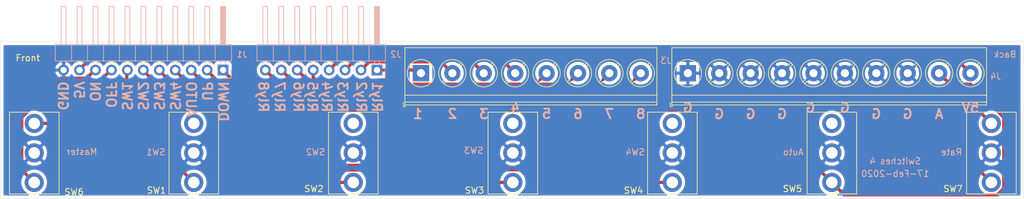
<source format=kicad_pcb>
(kicad_pcb (version 20171130) (host pcbnew "(5.1.2)-2")

  (general
    (thickness 1.6)
    (drawings 45)
    (tracks 112)
    (zones 0)
    (modules 11)
    (nets 25)
  )

  (page A4)
  (layers
    (0 F.Cu signal)
    (31 B.Cu signal)
    (32 B.Adhes user)
    (33 F.Adhes user)
    (34 B.Paste user)
    (35 F.Paste user)
    (36 B.SilkS user)
    (37 F.SilkS user)
    (38 B.Mask user)
    (39 F.Mask user)
    (40 Dwgs.User user)
    (41 Cmts.User user)
    (42 Eco1.User user)
    (43 Eco2.User user)
    (44 Edge.Cuts user)
    (45 Margin user)
    (46 B.CrtYd user)
    (47 F.CrtYd user)
    (48 B.Fab user)
    (49 F.Fab user)
  )

  (setup
    (last_trace_width 0.508)
    (trace_clearance 0.2)
    (zone_clearance 0.508)
    (zone_45_only no)
    (trace_min 0.2)
    (via_size 0.8)
    (via_drill 0.4)
    (via_min_size 0.4)
    (via_min_drill 0.3)
    (uvia_size 0.3)
    (uvia_drill 0.1)
    (uvias_allowed no)
    (uvia_min_size 0.2)
    (uvia_min_drill 0.1)
    (edge_width 0.05)
    (segment_width 0.2)
    (pcb_text_width 0.3)
    (pcb_text_size 1.5 1.5)
    (mod_edge_width 0.12)
    (mod_text_size 1 1)
    (mod_text_width 0.15)
    (pad_size 1.524 1.524)
    (pad_drill 0.762)
    (pad_to_mask_clearance 0.051)
    (solder_mask_min_width 0.25)
    (aux_axis_origin 0 0)
    (visible_elements 7FFFEFFF)
    (pcbplotparams
      (layerselection 0x010fc_ffffffff)
      (usegerberextensions false)
      (usegerberattributes false)
      (usegerberadvancedattributes false)
      (creategerberjobfile false)
      (excludeedgelayer true)
      (linewidth 0.100000)
      (plotframeref false)
      (viasonmask false)
      (mode 1)
      (useauxorigin false)
      (hpglpennumber 1)
      (hpglpenspeed 20)
      (hpglpendiameter 15.000000)
      (psnegative false)
      (psa4output false)
      (plotreference true)
      (plotvalue true)
      (plotinvisibletext false)
      (padsonsilk false)
      (subtractmaskfromsilk false)
      (outputformat 1)
      (mirror false)
      (drillshape 0)
      (scaleselection 1)
      (outputdirectory "Gerbers/"))
  )

  (net 0 "")
  (net 1 "Net-(J1-Pad11)")
  (net 2 "Net-(J1-Pad10)")
  (net 3 "Net-(J1-Pad9)")
  (net 4 "Net-(J1-Pad8)")
  (net 5 "Net-(J1-Pad7)")
  (net 6 "Net-(J1-Pad6)")
  (net 7 "Net-(J1-Pad5)")
  (net 8 "Net-(J1-Pad4)")
  (net 9 "Net-(J1-Pad3)")
  (net 10 "Net-(J1-Pad2)")
  (net 11 "Net-(J1-Pad1)")
  (net 12 "Net-(SW1-Pad1)")
  (net 13 "Net-(SW2-Pad1)")
  (net 14 "Net-(SW3-Pad1)")
  (net 15 "Net-(SW4-Pad1)")
  (net 16 "Net-(SW5-Pad1)")
  (net 17 "Net-(J2-Pad8)")
  (net 18 "Net-(J2-Pad7)")
  (net 19 "Net-(J2-Pad6)")
  (net 20 "Net-(J2-Pad5)")
  (net 21 "Net-(J2-Pad4)")
  (net 22 "Net-(J2-Pad3)")
  (net 23 "Net-(J2-Pad2)")
  (net 24 "Net-(J2-Pad1)")

  (net_class Default "This is the default net class."
    (clearance 0.2)
    (trace_width 0.508)
    (via_dia 0.8)
    (via_drill 0.4)
    (uvia_dia 0.3)
    (uvia_drill 0.1)
    (add_net "Net-(J1-Pad1)")
    (add_net "Net-(J1-Pad10)")
    (add_net "Net-(J1-Pad11)")
    (add_net "Net-(J1-Pad2)")
    (add_net "Net-(J1-Pad3)")
    (add_net "Net-(J1-Pad4)")
    (add_net "Net-(J1-Pad5)")
    (add_net "Net-(J1-Pad6)")
    (add_net "Net-(J1-Pad7)")
    (add_net "Net-(J1-Pad8)")
    (add_net "Net-(J1-Pad9)")
    (add_net "Net-(J2-Pad1)")
    (add_net "Net-(J2-Pad2)")
    (add_net "Net-(J2-Pad3)")
    (add_net "Net-(J2-Pad4)")
    (add_net "Net-(J2-Pad5)")
    (add_net "Net-(J2-Pad6)")
    (add_net "Net-(J2-Pad7)")
    (add_net "Net-(J2-Pad8)")
    (add_net "Net-(SW1-Pad1)")
    (add_net "Net-(SW2-Pad1)")
    (add_net "Net-(SW3-Pad1)")
    (add_net "Net-(SW4-Pad1)")
    (add_net "Net-(SW5-Pad1)")
  )

  (module TerminalBlock_Phoenix:TerminalBlock_Phoenix_PT-1,5-10-5.0-H_1x10_P5.00mm_Horizontal (layer F.Cu) (tedit 5B294F74) (tstamp 5E4B4022)
    (at 162.5 55)
    (descr "Terminal Block Phoenix PT-1,5-10-5.0-H, 10 pins, pitch 5mm, size 50x9mm^2, drill diamater 1.3mm, pad diameter 2.6mm, see http://www.mouser.com/ds/2/324/ItemDetail_1935161-922578.pdf, script-generated using https://github.com/pointhi/kicad-footprint-generator/scripts/TerminalBlock_Phoenix")
    (tags "THT Terminal Block Phoenix PT-1,5-10-5.0-H pitch 5mm size 50x9mm^2 drill 1.3mm pad 2.6mm")
    (path /5E4BDED8)
    (fp_text reference J4 (at 49 0.5 -180) (layer B.SilkS)
      (effects (font (size 1 1) (thickness 0.15)) (justify mirror))
    )
    (fp_text value Screw_Terminal_01x10 (at 22.5 6.06) (layer F.Fab)
      (effects (font (size 1 1) (thickness 0.15)))
    )
    (fp_text user %R (at 22.5 2.9) (layer F.Fab)
      (effects (font (size 1 1) (thickness 0.15)))
    )
    (fp_line (start 48 -4.5) (end -3 -4.5) (layer F.CrtYd) (width 0.05))
    (fp_line (start 48 5.5) (end 48 -4.5) (layer F.CrtYd) (width 0.05))
    (fp_line (start -3 5.5) (end 48 5.5) (layer F.CrtYd) (width 0.05))
    (fp_line (start -3 -4.5) (end -3 5.5) (layer F.CrtYd) (width 0.05))
    (fp_line (start -2.8 5.3) (end -2.4 5.3) (layer F.SilkS) (width 0.12))
    (fp_line (start -2.8 4.66) (end -2.8 5.3) (layer F.SilkS) (width 0.12))
    (fp_line (start 43.742 0.992) (end 43.347 1.388) (layer F.SilkS) (width 0.12))
    (fp_line (start 46.388 -1.654) (end 46.008 -1.274) (layer F.SilkS) (width 0.12))
    (fp_line (start 43.993 1.274) (end 43.613 1.654) (layer F.SilkS) (width 0.12))
    (fp_line (start 46.654 -1.388) (end 46.259 -0.992) (layer F.SilkS) (width 0.12))
    (fp_line (start 46.273 -1.517) (end 43.484 1.273) (layer F.Fab) (width 0.1))
    (fp_line (start 46.517 -1.273) (end 43.728 1.517) (layer F.Fab) (width 0.1))
    (fp_line (start 38.742 0.992) (end 38.347 1.388) (layer F.SilkS) (width 0.12))
    (fp_line (start 41.388 -1.654) (end 41.008 -1.274) (layer F.SilkS) (width 0.12))
    (fp_line (start 38.993 1.274) (end 38.613 1.654) (layer F.SilkS) (width 0.12))
    (fp_line (start 41.654 -1.388) (end 41.259 -0.992) (layer F.SilkS) (width 0.12))
    (fp_line (start 41.273 -1.517) (end 38.484 1.273) (layer F.Fab) (width 0.1))
    (fp_line (start 41.517 -1.273) (end 38.728 1.517) (layer F.Fab) (width 0.1))
    (fp_line (start 33.742 0.992) (end 33.347 1.388) (layer F.SilkS) (width 0.12))
    (fp_line (start 36.388 -1.654) (end 36.008 -1.274) (layer F.SilkS) (width 0.12))
    (fp_line (start 33.993 1.274) (end 33.613 1.654) (layer F.SilkS) (width 0.12))
    (fp_line (start 36.654 -1.388) (end 36.259 -0.992) (layer F.SilkS) (width 0.12))
    (fp_line (start 36.273 -1.517) (end 33.484 1.273) (layer F.Fab) (width 0.1))
    (fp_line (start 36.517 -1.273) (end 33.728 1.517) (layer F.Fab) (width 0.1))
    (fp_line (start 28.742 0.992) (end 28.347 1.388) (layer F.SilkS) (width 0.12))
    (fp_line (start 31.388 -1.654) (end 31.008 -1.274) (layer F.SilkS) (width 0.12))
    (fp_line (start 28.993 1.274) (end 28.613 1.654) (layer F.SilkS) (width 0.12))
    (fp_line (start 31.654 -1.388) (end 31.259 -0.992) (layer F.SilkS) (width 0.12))
    (fp_line (start 31.273 -1.517) (end 28.484 1.273) (layer F.Fab) (width 0.1))
    (fp_line (start 31.517 -1.273) (end 28.728 1.517) (layer F.Fab) (width 0.1))
    (fp_line (start 23.742 0.992) (end 23.347 1.388) (layer F.SilkS) (width 0.12))
    (fp_line (start 26.388 -1.654) (end 26.008 -1.274) (layer F.SilkS) (width 0.12))
    (fp_line (start 23.993 1.274) (end 23.613 1.654) (layer F.SilkS) (width 0.12))
    (fp_line (start 26.654 -1.388) (end 26.259 -0.992) (layer F.SilkS) (width 0.12))
    (fp_line (start 26.273 -1.517) (end 23.484 1.273) (layer F.Fab) (width 0.1))
    (fp_line (start 26.517 -1.273) (end 23.728 1.517) (layer F.Fab) (width 0.1))
    (fp_line (start 18.742 0.992) (end 18.347 1.388) (layer F.SilkS) (width 0.12))
    (fp_line (start 21.388 -1.654) (end 21.008 -1.274) (layer F.SilkS) (width 0.12))
    (fp_line (start 18.993 1.274) (end 18.613 1.654) (layer F.SilkS) (width 0.12))
    (fp_line (start 21.654 -1.388) (end 21.259 -0.992) (layer F.SilkS) (width 0.12))
    (fp_line (start 21.273 -1.517) (end 18.484 1.273) (layer F.Fab) (width 0.1))
    (fp_line (start 21.517 -1.273) (end 18.728 1.517) (layer F.Fab) (width 0.1))
    (fp_line (start 13.742 0.992) (end 13.347 1.388) (layer F.SilkS) (width 0.12))
    (fp_line (start 16.388 -1.654) (end 16.008 -1.274) (layer F.SilkS) (width 0.12))
    (fp_line (start 13.993 1.274) (end 13.613 1.654) (layer F.SilkS) (width 0.12))
    (fp_line (start 16.654 -1.388) (end 16.259 -0.992) (layer F.SilkS) (width 0.12))
    (fp_line (start 16.273 -1.517) (end 13.484 1.273) (layer F.Fab) (width 0.1))
    (fp_line (start 16.517 -1.273) (end 13.728 1.517) (layer F.Fab) (width 0.1))
    (fp_line (start 8.742 0.992) (end 8.347 1.388) (layer F.SilkS) (width 0.12))
    (fp_line (start 11.388 -1.654) (end 11.008 -1.274) (layer F.SilkS) (width 0.12))
    (fp_line (start 8.993 1.274) (end 8.613 1.654) (layer F.SilkS) (width 0.12))
    (fp_line (start 11.654 -1.388) (end 11.259 -0.992) (layer F.SilkS) (width 0.12))
    (fp_line (start 11.273 -1.517) (end 8.484 1.273) (layer F.Fab) (width 0.1))
    (fp_line (start 11.517 -1.273) (end 8.728 1.517) (layer F.Fab) (width 0.1))
    (fp_line (start 3.742 0.992) (end 3.347 1.388) (layer F.SilkS) (width 0.12))
    (fp_line (start 6.388 -1.654) (end 6.008 -1.274) (layer F.SilkS) (width 0.12))
    (fp_line (start 3.993 1.274) (end 3.613 1.654) (layer F.SilkS) (width 0.12))
    (fp_line (start 6.654 -1.388) (end 6.259 -0.992) (layer F.SilkS) (width 0.12))
    (fp_line (start 6.273 -1.517) (end 3.484 1.273) (layer F.Fab) (width 0.1))
    (fp_line (start 6.517 -1.273) (end 3.728 1.517) (layer F.Fab) (width 0.1))
    (fp_line (start -1.548 1.281) (end -1.654 1.388) (layer F.SilkS) (width 0.12))
    (fp_line (start 1.388 -1.654) (end 1.281 -1.547) (layer F.SilkS) (width 0.12))
    (fp_line (start -1.282 1.547) (end -1.388 1.654) (layer F.SilkS) (width 0.12))
    (fp_line (start 1.654 -1.388) (end 1.547 -1.281) (layer F.SilkS) (width 0.12))
    (fp_line (start 1.273 -1.517) (end -1.517 1.273) (layer F.Fab) (width 0.1))
    (fp_line (start 1.517 -1.273) (end -1.273 1.517) (layer F.Fab) (width 0.1))
    (fp_line (start 47.56 -4.06) (end 47.56 5.06) (layer F.SilkS) (width 0.12))
    (fp_line (start -2.56 -4.06) (end -2.56 5.06) (layer F.SilkS) (width 0.12))
    (fp_line (start -2.56 5.06) (end 47.56 5.06) (layer F.SilkS) (width 0.12))
    (fp_line (start -2.56 -4.06) (end 47.56 -4.06) (layer F.SilkS) (width 0.12))
    (fp_line (start -2.56 3.5) (end 47.56 3.5) (layer F.SilkS) (width 0.12))
    (fp_line (start -2.5 3.5) (end 47.5 3.5) (layer F.Fab) (width 0.1))
    (fp_line (start -2.56 4.6) (end 47.56 4.6) (layer F.SilkS) (width 0.12))
    (fp_line (start -2.5 4.6) (end 47.5 4.6) (layer F.Fab) (width 0.1))
    (fp_line (start -2.5 4.6) (end -2.5 -4) (layer F.Fab) (width 0.1))
    (fp_line (start -2.1 5) (end -2.5 4.6) (layer F.Fab) (width 0.1))
    (fp_line (start 47.5 5) (end -2.1 5) (layer F.Fab) (width 0.1))
    (fp_line (start 47.5 -4) (end 47.5 5) (layer F.Fab) (width 0.1))
    (fp_line (start -2.5 -4) (end 47.5 -4) (layer F.Fab) (width 0.1))
    (fp_circle (center 45 0) (end 47.18 0) (layer F.SilkS) (width 0.12))
    (fp_circle (center 45 0) (end 47 0) (layer F.Fab) (width 0.1))
    (fp_circle (center 40 0) (end 42.18 0) (layer F.SilkS) (width 0.12))
    (fp_circle (center 40 0) (end 42 0) (layer F.Fab) (width 0.1))
    (fp_circle (center 35 0) (end 37.18 0) (layer F.SilkS) (width 0.12))
    (fp_circle (center 35 0) (end 37 0) (layer F.Fab) (width 0.1))
    (fp_circle (center 30 0) (end 32.18 0) (layer F.SilkS) (width 0.12))
    (fp_circle (center 30 0) (end 32 0) (layer F.Fab) (width 0.1))
    (fp_circle (center 25 0) (end 27.18 0) (layer F.SilkS) (width 0.12))
    (fp_circle (center 25 0) (end 27 0) (layer F.Fab) (width 0.1))
    (fp_circle (center 20 0) (end 22.18 0) (layer F.SilkS) (width 0.12))
    (fp_circle (center 20 0) (end 22 0) (layer F.Fab) (width 0.1))
    (fp_circle (center 15 0) (end 17.18 0) (layer F.SilkS) (width 0.12))
    (fp_circle (center 15 0) (end 17 0) (layer F.Fab) (width 0.1))
    (fp_circle (center 10 0) (end 12.18 0) (layer F.SilkS) (width 0.12))
    (fp_circle (center 10 0) (end 12 0) (layer F.Fab) (width 0.1))
    (fp_circle (center 5 0) (end 7.18 0) (layer F.SilkS) (width 0.12))
    (fp_circle (center 5 0) (end 7 0) (layer F.Fab) (width 0.1))
    (fp_circle (center 0 0) (end 2.18 0) (layer F.SilkS) (width 0.12))
    (fp_circle (center 0 0) (end 2 0) (layer F.Fab) (width 0.1))
    (pad 10 thru_hole circle (at 45 0) (size 2.6 2.6) (drill 1.3) (layers *.Cu *.Mask)
      (net 2 "Net-(J1-Pad10)"))
    (pad 9 thru_hole circle (at 40 0) (size 2.6 2.6) (drill 1.3) (layers *.Cu *.Mask)
      (net 9 "Net-(J1-Pad3)"))
    (pad 8 thru_hole circle (at 35 0) (size 2.6 2.6) (drill 1.3) (layers *.Cu *.Mask)
      (net 1 "Net-(J1-Pad11)"))
    (pad 7 thru_hole circle (at 30 0) (size 2.6 2.6) (drill 1.3) (layers *.Cu *.Mask)
      (net 1 "Net-(J1-Pad11)"))
    (pad 6 thru_hole circle (at 25 0) (size 2.6 2.6) (drill 1.3) (layers *.Cu *.Mask)
      (net 1 "Net-(J1-Pad11)"))
    (pad 5 thru_hole circle (at 20 0) (size 2.6 2.6) (drill 1.3) (layers *.Cu *.Mask)
      (net 1 "Net-(J1-Pad11)"))
    (pad 4 thru_hole circle (at 15 0) (size 2.6 2.6) (drill 1.3) (layers *.Cu *.Mask)
      (net 1 "Net-(J1-Pad11)"))
    (pad 3 thru_hole circle (at 10 0) (size 2.6 2.6) (drill 1.3) (layers *.Cu *.Mask)
      (net 1 "Net-(J1-Pad11)"))
    (pad 2 thru_hole circle (at 5 0) (size 2.6 2.6) (drill 1.3) (layers *.Cu *.Mask)
      (net 1 "Net-(J1-Pad11)"))
    (pad 1 thru_hole rect (at 0 0) (size 2.6 2.6) (drill 1.3) (layers *.Cu *.Mask)
      (net 1 "Net-(J1-Pad11)"))
    (model ${KISYS3DMOD}/TerminalBlock_Phoenix.3dshapes/TerminalBlock_Phoenix_PT-1,5-10-5.0-H_1x10_P5.00mm_Horizontal.wrl
      (at (xyz 0 0 0))
      (scale (xyz 1 1 1))
      (rotate (xyz 0 0 0))
    )
  )

  (module TerminalBlock_Phoenix:TerminalBlock_Phoenix_PT-1,5-8-5.0-H_1x08_P5.00mm_Horizontal (layer F.Cu) (tedit 5B294F6F) (tstamp 5E4B3FB0)
    (at 120 55)
    (descr "Terminal Block Phoenix PT-1,5-8-5.0-H, 8 pins, pitch 5mm, size 40x9mm^2, drill diamater 1.3mm, pad diameter 2.6mm, see http://www.mouser.com/ds/2/324/ItemDetail_1935161-922578.pdf, script-generated using https://github.com/pointhi/kicad-footprint-generator/scripts/TerminalBlock_Phoenix")
    (tags "THT Terminal Block Phoenix PT-1,5-8-5.0-H pitch 5mm size 40x9mm^2 drill 1.3mm pad 2.6mm")
    (path /5E4BB252)
    (fp_text reference J3 (at 39 -2) (layer B.SilkS)
      (effects (font (size 1 1) (thickness 0.15)) (justify mirror))
    )
    (fp_text value Screw_Terminal_01x08 (at 17.5 6.06) (layer F.Fab)
      (effects (font (size 1 1) (thickness 0.15)))
    )
    (fp_text user %R (at 17.5 2.9) (layer F.Fab)
      (effects (font (size 1 1) (thickness 0.15)))
    )
    (fp_line (start 38 -4.5) (end -3 -4.5) (layer F.CrtYd) (width 0.05))
    (fp_line (start 38 5.5) (end 38 -4.5) (layer F.CrtYd) (width 0.05))
    (fp_line (start -3 5.5) (end 38 5.5) (layer F.CrtYd) (width 0.05))
    (fp_line (start -3 -4.5) (end -3 5.5) (layer F.CrtYd) (width 0.05))
    (fp_line (start -2.8 5.3) (end -2.4 5.3) (layer F.SilkS) (width 0.12))
    (fp_line (start -2.8 4.66) (end -2.8 5.3) (layer F.SilkS) (width 0.12))
    (fp_line (start 33.742 0.992) (end 33.347 1.388) (layer F.SilkS) (width 0.12))
    (fp_line (start 36.388 -1.654) (end 36.008 -1.274) (layer F.SilkS) (width 0.12))
    (fp_line (start 33.993 1.274) (end 33.613 1.654) (layer F.SilkS) (width 0.12))
    (fp_line (start 36.654 -1.388) (end 36.259 -0.992) (layer F.SilkS) (width 0.12))
    (fp_line (start 36.273 -1.517) (end 33.484 1.273) (layer F.Fab) (width 0.1))
    (fp_line (start 36.517 -1.273) (end 33.728 1.517) (layer F.Fab) (width 0.1))
    (fp_line (start 28.742 0.992) (end 28.347 1.388) (layer F.SilkS) (width 0.12))
    (fp_line (start 31.388 -1.654) (end 31.008 -1.274) (layer F.SilkS) (width 0.12))
    (fp_line (start 28.993 1.274) (end 28.613 1.654) (layer F.SilkS) (width 0.12))
    (fp_line (start 31.654 -1.388) (end 31.259 -0.992) (layer F.SilkS) (width 0.12))
    (fp_line (start 31.273 -1.517) (end 28.484 1.273) (layer F.Fab) (width 0.1))
    (fp_line (start 31.517 -1.273) (end 28.728 1.517) (layer F.Fab) (width 0.1))
    (fp_line (start 23.742 0.992) (end 23.347 1.388) (layer F.SilkS) (width 0.12))
    (fp_line (start 26.388 -1.654) (end 26.008 -1.274) (layer F.SilkS) (width 0.12))
    (fp_line (start 23.993 1.274) (end 23.613 1.654) (layer F.SilkS) (width 0.12))
    (fp_line (start 26.654 -1.388) (end 26.259 -0.992) (layer F.SilkS) (width 0.12))
    (fp_line (start 26.273 -1.517) (end 23.484 1.273) (layer F.Fab) (width 0.1))
    (fp_line (start 26.517 -1.273) (end 23.728 1.517) (layer F.Fab) (width 0.1))
    (fp_line (start 18.742 0.992) (end 18.347 1.388) (layer F.SilkS) (width 0.12))
    (fp_line (start 21.388 -1.654) (end 21.008 -1.274) (layer F.SilkS) (width 0.12))
    (fp_line (start 18.993 1.274) (end 18.613 1.654) (layer F.SilkS) (width 0.12))
    (fp_line (start 21.654 -1.388) (end 21.259 -0.992) (layer F.SilkS) (width 0.12))
    (fp_line (start 21.273 -1.517) (end 18.484 1.273) (layer F.Fab) (width 0.1))
    (fp_line (start 21.517 -1.273) (end 18.728 1.517) (layer F.Fab) (width 0.1))
    (fp_line (start 13.742 0.992) (end 13.347 1.388) (layer F.SilkS) (width 0.12))
    (fp_line (start 16.388 -1.654) (end 16.008 -1.274) (layer F.SilkS) (width 0.12))
    (fp_line (start 13.993 1.274) (end 13.613 1.654) (layer F.SilkS) (width 0.12))
    (fp_line (start 16.654 -1.388) (end 16.259 -0.992) (layer F.SilkS) (width 0.12))
    (fp_line (start 16.273 -1.517) (end 13.484 1.273) (layer F.Fab) (width 0.1))
    (fp_line (start 16.517 -1.273) (end 13.728 1.517) (layer F.Fab) (width 0.1))
    (fp_line (start 8.742 0.992) (end 8.347 1.388) (layer F.SilkS) (width 0.12))
    (fp_line (start 11.388 -1.654) (end 11.008 -1.274) (layer F.SilkS) (width 0.12))
    (fp_line (start 8.993 1.274) (end 8.613 1.654) (layer F.SilkS) (width 0.12))
    (fp_line (start 11.654 -1.388) (end 11.259 -0.992) (layer F.SilkS) (width 0.12))
    (fp_line (start 11.273 -1.517) (end 8.484 1.273) (layer F.Fab) (width 0.1))
    (fp_line (start 11.517 -1.273) (end 8.728 1.517) (layer F.Fab) (width 0.1))
    (fp_line (start 3.742 0.992) (end 3.347 1.388) (layer F.SilkS) (width 0.12))
    (fp_line (start 6.388 -1.654) (end 6.008 -1.274) (layer F.SilkS) (width 0.12))
    (fp_line (start 3.993 1.274) (end 3.613 1.654) (layer F.SilkS) (width 0.12))
    (fp_line (start 6.654 -1.388) (end 6.259 -0.992) (layer F.SilkS) (width 0.12))
    (fp_line (start 6.273 -1.517) (end 3.484 1.273) (layer F.Fab) (width 0.1))
    (fp_line (start 6.517 -1.273) (end 3.728 1.517) (layer F.Fab) (width 0.1))
    (fp_line (start -1.548 1.281) (end -1.654 1.388) (layer F.SilkS) (width 0.12))
    (fp_line (start 1.388 -1.654) (end 1.281 -1.547) (layer F.SilkS) (width 0.12))
    (fp_line (start -1.282 1.547) (end -1.388 1.654) (layer F.SilkS) (width 0.12))
    (fp_line (start 1.654 -1.388) (end 1.547 -1.281) (layer F.SilkS) (width 0.12))
    (fp_line (start 1.273 -1.517) (end -1.517 1.273) (layer F.Fab) (width 0.1))
    (fp_line (start 1.517 -1.273) (end -1.273 1.517) (layer F.Fab) (width 0.1))
    (fp_line (start 37.56 -4.06) (end 37.56 5.06) (layer F.SilkS) (width 0.12))
    (fp_line (start -2.56 -4.06) (end -2.56 5.06) (layer F.SilkS) (width 0.12))
    (fp_line (start -2.56 5.06) (end 37.56 5.06) (layer F.SilkS) (width 0.12))
    (fp_line (start -2.56 -4.06) (end 37.56 -4.06) (layer F.SilkS) (width 0.12))
    (fp_line (start -2.56 3.5) (end 37.56 3.5) (layer F.SilkS) (width 0.12))
    (fp_line (start -2.5 3.5) (end 37.5 3.5) (layer F.Fab) (width 0.1))
    (fp_line (start -2.56 4.6) (end 37.56 4.6) (layer F.SilkS) (width 0.12))
    (fp_line (start -2.5 4.6) (end 37.5 4.6) (layer F.Fab) (width 0.1))
    (fp_line (start -2.5 4.6) (end -2.5 -4) (layer F.Fab) (width 0.1))
    (fp_line (start -2.1 5) (end -2.5 4.6) (layer F.Fab) (width 0.1))
    (fp_line (start 37.5 5) (end -2.1 5) (layer F.Fab) (width 0.1))
    (fp_line (start 37.5 -4) (end 37.5 5) (layer F.Fab) (width 0.1))
    (fp_line (start -2.5 -4) (end 37.5 -4) (layer F.Fab) (width 0.1))
    (fp_circle (center 35 0) (end 37.18 0) (layer F.SilkS) (width 0.12))
    (fp_circle (center 35 0) (end 37 0) (layer F.Fab) (width 0.1))
    (fp_circle (center 30 0) (end 32.18 0) (layer F.SilkS) (width 0.12))
    (fp_circle (center 30 0) (end 32 0) (layer F.Fab) (width 0.1))
    (fp_circle (center 25 0) (end 27.18 0) (layer F.SilkS) (width 0.12))
    (fp_circle (center 25 0) (end 27 0) (layer F.Fab) (width 0.1))
    (fp_circle (center 20 0) (end 22.18 0) (layer F.SilkS) (width 0.12))
    (fp_circle (center 20 0) (end 22 0) (layer F.Fab) (width 0.1))
    (fp_circle (center 15 0) (end 17.18 0) (layer F.SilkS) (width 0.12))
    (fp_circle (center 15 0) (end 17 0) (layer F.Fab) (width 0.1))
    (fp_circle (center 10 0) (end 12.18 0) (layer F.SilkS) (width 0.12))
    (fp_circle (center 10 0) (end 12 0) (layer F.Fab) (width 0.1))
    (fp_circle (center 5 0) (end 7.18 0) (layer F.SilkS) (width 0.12))
    (fp_circle (center 5 0) (end 7 0) (layer F.Fab) (width 0.1))
    (fp_circle (center 0 0) (end 2.18 0) (layer F.SilkS) (width 0.12))
    (fp_circle (center 0 0) (end 2 0) (layer F.Fab) (width 0.1))
    (pad 8 thru_hole circle (at 35 0) (size 2.6 2.6) (drill 1.3) (layers *.Cu *.Mask)
      (net 17 "Net-(J2-Pad8)"))
    (pad 7 thru_hole circle (at 30 0) (size 2.6 2.6) (drill 1.3) (layers *.Cu *.Mask)
      (net 18 "Net-(J2-Pad7)"))
    (pad 6 thru_hole circle (at 25 0) (size 2.6 2.6) (drill 1.3) (layers *.Cu *.Mask)
      (net 19 "Net-(J2-Pad6)"))
    (pad 5 thru_hole circle (at 20 0) (size 2.6 2.6) (drill 1.3) (layers *.Cu *.Mask)
      (net 20 "Net-(J2-Pad5)"))
    (pad 4 thru_hole circle (at 15 0) (size 2.6 2.6) (drill 1.3) (layers *.Cu *.Mask)
      (net 21 "Net-(J2-Pad4)"))
    (pad 3 thru_hole circle (at 10 0) (size 2.6 2.6) (drill 1.3) (layers *.Cu *.Mask)
      (net 22 "Net-(J2-Pad3)"))
    (pad 2 thru_hole circle (at 5 0) (size 2.6 2.6) (drill 1.3) (layers *.Cu *.Mask)
      (net 23 "Net-(J2-Pad2)"))
    (pad 1 thru_hole rect (at 0 0) (size 2.6 2.6) (drill 1.3) (layers *.Cu *.Mask)
      (net 24 "Net-(J2-Pad1)"))
    (model ${KISYS3DMOD}/TerminalBlock_Phoenix.3dshapes/TerminalBlock_Phoenix_PT-1,5-8-5.0-H_1x08_P5.00mm_Horizontal.wrl
      (at (xyz 0 0 0))
      (scale (xyz 1 1 1))
      (rotate (xyz 0 0 0))
    )
  )

  (module Connector_PinHeader_2.54mm:PinHeader_1x08_P2.54mm_Horizontal (layer B.Cu) (tedit 59FED5CB) (tstamp 5E4B3F50)
    (at 113 54.5 90)
    (descr "Through hole angled pin header, 1x08, 2.54mm pitch, 6mm pin length, single row")
    (tags "Through hole angled pin header THT 1x08 2.54mm single row")
    (path /5E4B4CD7)
    (fp_text reference J2 (at 2.5 3) (layer B.SilkS)
      (effects (font (size 1 1) (thickness 0.15)) (justify mirror))
    )
    (fp_text value "Relay LEDs" (at 4.385 -20.05 -90) (layer B.Fab)
      (effects (font (size 1 1) (thickness 0.15)) (justify mirror))
    )
    (fp_text user %R (at 2.77 -8.89) (layer B.Fab)
      (effects (font (size 1 1) (thickness 0.15)) (justify mirror))
    )
    (fp_line (start 10.55 1.8) (end -1.8 1.8) (layer B.CrtYd) (width 0.05))
    (fp_line (start 10.55 -19.55) (end 10.55 1.8) (layer B.CrtYd) (width 0.05))
    (fp_line (start -1.8 -19.55) (end 10.55 -19.55) (layer B.CrtYd) (width 0.05))
    (fp_line (start -1.8 1.8) (end -1.8 -19.55) (layer B.CrtYd) (width 0.05))
    (fp_line (start -1.27 1.27) (end 0 1.27) (layer B.SilkS) (width 0.12))
    (fp_line (start -1.27 0) (end -1.27 1.27) (layer B.SilkS) (width 0.12))
    (fp_line (start 1.042929 -18.16) (end 1.44 -18.16) (layer B.SilkS) (width 0.12))
    (fp_line (start 1.042929 -17.4) (end 1.44 -17.4) (layer B.SilkS) (width 0.12))
    (fp_line (start 10.1 -18.16) (end 4.1 -18.16) (layer B.SilkS) (width 0.12))
    (fp_line (start 10.1 -17.4) (end 10.1 -18.16) (layer B.SilkS) (width 0.12))
    (fp_line (start 4.1 -17.4) (end 10.1 -17.4) (layer B.SilkS) (width 0.12))
    (fp_line (start 1.44 -16.51) (end 4.1 -16.51) (layer B.SilkS) (width 0.12))
    (fp_line (start 1.042929 -15.62) (end 1.44 -15.62) (layer B.SilkS) (width 0.12))
    (fp_line (start 1.042929 -14.86) (end 1.44 -14.86) (layer B.SilkS) (width 0.12))
    (fp_line (start 10.1 -15.62) (end 4.1 -15.62) (layer B.SilkS) (width 0.12))
    (fp_line (start 10.1 -14.86) (end 10.1 -15.62) (layer B.SilkS) (width 0.12))
    (fp_line (start 4.1 -14.86) (end 10.1 -14.86) (layer B.SilkS) (width 0.12))
    (fp_line (start 1.44 -13.97) (end 4.1 -13.97) (layer B.SilkS) (width 0.12))
    (fp_line (start 1.042929 -13.08) (end 1.44 -13.08) (layer B.SilkS) (width 0.12))
    (fp_line (start 1.042929 -12.32) (end 1.44 -12.32) (layer B.SilkS) (width 0.12))
    (fp_line (start 10.1 -13.08) (end 4.1 -13.08) (layer B.SilkS) (width 0.12))
    (fp_line (start 10.1 -12.32) (end 10.1 -13.08) (layer B.SilkS) (width 0.12))
    (fp_line (start 4.1 -12.32) (end 10.1 -12.32) (layer B.SilkS) (width 0.12))
    (fp_line (start 1.44 -11.43) (end 4.1 -11.43) (layer B.SilkS) (width 0.12))
    (fp_line (start 1.042929 -10.54) (end 1.44 -10.54) (layer B.SilkS) (width 0.12))
    (fp_line (start 1.042929 -9.78) (end 1.44 -9.78) (layer B.SilkS) (width 0.12))
    (fp_line (start 10.1 -10.54) (end 4.1 -10.54) (layer B.SilkS) (width 0.12))
    (fp_line (start 10.1 -9.78) (end 10.1 -10.54) (layer B.SilkS) (width 0.12))
    (fp_line (start 4.1 -9.78) (end 10.1 -9.78) (layer B.SilkS) (width 0.12))
    (fp_line (start 1.44 -8.89) (end 4.1 -8.89) (layer B.SilkS) (width 0.12))
    (fp_line (start 1.042929 -8) (end 1.44 -8) (layer B.SilkS) (width 0.12))
    (fp_line (start 1.042929 -7.24) (end 1.44 -7.24) (layer B.SilkS) (width 0.12))
    (fp_line (start 10.1 -8) (end 4.1 -8) (layer B.SilkS) (width 0.12))
    (fp_line (start 10.1 -7.24) (end 10.1 -8) (layer B.SilkS) (width 0.12))
    (fp_line (start 4.1 -7.24) (end 10.1 -7.24) (layer B.SilkS) (width 0.12))
    (fp_line (start 1.44 -6.35) (end 4.1 -6.35) (layer B.SilkS) (width 0.12))
    (fp_line (start 1.042929 -5.46) (end 1.44 -5.46) (layer B.SilkS) (width 0.12))
    (fp_line (start 1.042929 -4.7) (end 1.44 -4.7) (layer B.SilkS) (width 0.12))
    (fp_line (start 10.1 -5.46) (end 4.1 -5.46) (layer B.SilkS) (width 0.12))
    (fp_line (start 10.1 -4.7) (end 10.1 -5.46) (layer B.SilkS) (width 0.12))
    (fp_line (start 4.1 -4.7) (end 10.1 -4.7) (layer B.SilkS) (width 0.12))
    (fp_line (start 1.44 -3.81) (end 4.1 -3.81) (layer B.SilkS) (width 0.12))
    (fp_line (start 1.042929 -2.92) (end 1.44 -2.92) (layer B.SilkS) (width 0.12))
    (fp_line (start 1.042929 -2.16) (end 1.44 -2.16) (layer B.SilkS) (width 0.12))
    (fp_line (start 10.1 -2.92) (end 4.1 -2.92) (layer B.SilkS) (width 0.12))
    (fp_line (start 10.1 -2.16) (end 10.1 -2.92) (layer B.SilkS) (width 0.12))
    (fp_line (start 4.1 -2.16) (end 10.1 -2.16) (layer B.SilkS) (width 0.12))
    (fp_line (start 1.44 -1.27) (end 4.1 -1.27) (layer B.SilkS) (width 0.12))
    (fp_line (start 1.11 -0.38) (end 1.44 -0.38) (layer B.SilkS) (width 0.12))
    (fp_line (start 1.11 0.38) (end 1.44 0.38) (layer B.SilkS) (width 0.12))
    (fp_line (start 4.1 -0.28) (end 10.1 -0.28) (layer B.SilkS) (width 0.12))
    (fp_line (start 4.1 -0.16) (end 10.1 -0.16) (layer B.SilkS) (width 0.12))
    (fp_line (start 4.1 -0.04) (end 10.1 -0.04) (layer B.SilkS) (width 0.12))
    (fp_line (start 4.1 0.08) (end 10.1 0.08) (layer B.SilkS) (width 0.12))
    (fp_line (start 4.1 0.2) (end 10.1 0.2) (layer B.SilkS) (width 0.12))
    (fp_line (start 4.1 0.32) (end 10.1 0.32) (layer B.SilkS) (width 0.12))
    (fp_line (start 10.1 -0.38) (end 4.1 -0.38) (layer B.SilkS) (width 0.12))
    (fp_line (start 10.1 0.38) (end 10.1 -0.38) (layer B.SilkS) (width 0.12))
    (fp_line (start 4.1 0.38) (end 10.1 0.38) (layer B.SilkS) (width 0.12))
    (fp_line (start 4.1 1.33) (end 1.44 1.33) (layer B.SilkS) (width 0.12))
    (fp_line (start 4.1 -19.11) (end 4.1 1.33) (layer B.SilkS) (width 0.12))
    (fp_line (start 1.44 -19.11) (end 4.1 -19.11) (layer B.SilkS) (width 0.12))
    (fp_line (start 1.44 1.33) (end 1.44 -19.11) (layer B.SilkS) (width 0.12))
    (fp_line (start 4.04 -18.1) (end 10.04 -18.1) (layer B.Fab) (width 0.1))
    (fp_line (start 10.04 -17.46) (end 10.04 -18.1) (layer B.Fab) (width 0.1))
    (fp_line (start 4.04 -17.46) (end 10.04 -17.46) (layer B.Fab) (width 0.1))
    (fp_line (start -0.32 -18.1) (end 1.5 -18.1) (layer B.Fab) (width 0.1))
    (fp_line (start -0.32 -17.46) (end -0.32 -18.1) (layer B.Fab) (width 0.1))
    (fp_line (start -0.32 -17.46) (end 1.5 -17.46) (layer B.Fab) (width 0.1))
    (fp_line (start 4.04 -15.56) (end 10.04 -15.56) (layer B.Fab) (width 0.1))
    (fp_line (start 10.04 -14.92) (end 10.04 -15.56) (layer B.Fab) (width 0.1))
    (fp_line (start 4.04 -14.92) (end 10.04 -14.92) (layer B.Fab) (width 0.1))
    (fp_line (start -0.32 -15.56) (end 1.5 -15.56) (layer B.Fab) (width 0.1))
    (fp_line (start -0.32 -14.92) (end -0.32 -15.56) (layer B.Fab) (width 0.1))
    (fp_line (start -0.32 -14.92) (end 1.5 -14.92) (layer B.Fab) (width 0.1))
    (fp_line (start 4.04 -13.02) (end 10.04 -13.02) (layer B.Fab) (width 0.1))
    (fp_line (start 10.04 -12.38) (end 10.04 -13.02) (layer B.Fab) (width 0.1))
    (fp_line (start 4.04 -12.38) (end 10.04 -12.38) (layer B.Fab) (width 0.1))
    (fp_line (start -0.32 -13.02) (end 1.5 -13.02) (layer B.Fab) (width 0.1))
    (fp_line (start -0.32 -12.38) (end -0.32 -13.02) (layer B.Fab) (width 0.1))
    (fp_line (start -0.32 -12.38) (end 1.5 -12.38) (layer B.Fab) (width 0.1))
    (fp_line (start 4.04 -10.48) (end 10.04 -10.48) (layer B.Fab) (width 0.1))
    (fp_line (start 10.04 -9.84) (end 10.04 -10.48) (layer B.Fab) (width 0.1))
    (fp_line (start 4.04 -9.84) (end 10.04 -9.84) (layer B.Fab) (width 0.1))
    (fp_line (start -0.32 -10.48) (end 1.5 -10.48) (layer B.Fab) (width 0.1))
    (fp_line (start -0.32 -9.84) (end -0.32 -10.48) (layer B.Fab) (width 0.1))
    (fp_line (start -0.32 -9.84) (end 1.5 -9.84) (layer B.Fab) (width 0.1))
    (fp_line (start 4.04 -7.94) (end 10.04 -7.94) (layer B.Fab) (width 0.1))
    (fp_line (start 10.04 -7.3) (end 10.04 -7.94) (layer B.Fab) (width 0.1))
    (fp_line (start 4.04 -7.3) (end 10.04 -7.3) (layer B.Fab) (width 0.1))
    (fp_line (start -0.32 -7.94) (end 1.5 -7.94) (layer B.Fab) (width 0.1))
    (fp_line (start -0.32 -7.3) (end -0.32 -7.94) (layer B.Fab) (width 0.1))
    (fp_line (start -0.32 -7.3) (end 1.5 -7.3) (layer B.Fab) (width 0.1))
    (fp_line (start 4.04 -5.4) (end 10.04 -5.4) (layer B.Fab) (width 0.1))
    (fp_line (start 10.04 -4.76) (end 10.04 -5.4) (layer B.Fab) (width 0.1))
    (fp_line (start 4.04 -4.76) (end 10.04 -4.76) (layer B.Fab) (width 0.1))
    (fp_line (start -0.32 -5.4) (end 1.5 -5.4) (layer B.Fab) (width 0.1))
    (fp_line (start -0.32 -4.76) (end -0.32 -5.4) (layer B.Fab) (width 0.1))
    (fp_line (start -0.32 -4.76) (end 1.5 -4.76) (layer B.Fab) (width 0.1))
    (fp_line (start 4.04 -2.86) (end 10.04 -2.86) (layer B.Fab) (width 0.1))
    (fp_line (start 10.04 -2.22) (end 10.04 -2.86) (layer B.Fab) (width 0.1))
    (fp_line (start 4.04 -2.22) (end 10.04 -2.22) (layer B.Fab) (width 0.1))
    (fp_line (start -0.32 -2.86) (end 1.5 -2.86) (layer B.Fab) (width 0.1))
    (fp_line (start -0.32 -2.22) (end -0.32 -2.86) (layer B.Fab) (width 0.1))
    (fp_line (start -0.32 -2.22) (end 1.5 -2.22) (layer B.Fab) (width 0.1))
    (fp_line (start 4.04 -0.32) (end 10.04 -0.32) (layer B.Fab) (width 0.1))
    (fp_line (start 10.04 0.32) (end 10.04 -0.32) (layer B.Fab) (width 0.1))
    (fp_line (start 4.04 0.32) (end 10.04 0.32) (layer B.Fab) (width 0.1))
    (fp_line (start -0.32 -0.32) (end 1.5 -0.32) (layer B.Fab) (width 0.1))
    (fp_line (start -0.32 0.32) (end -0.32 -0.32) (layer B.Fab) (width 0.1))
    (fp_line (start -0.32 0.32) (end 1.5 0.32) (layer B.Fab) (width 0.1))
    (fp_line (start 1.5 0.635) (end 2.135 1.27) (layer B.Fab) (width 0.1))
    (fp_line (start 1.5 -19.05) (end 1.5 0.635) (layer B.Fab) (width 0.1))
    (fp_line (start 4.04 -19.05) (end 1.5 -19.05) (layer B.Fab) (width 0.1))
    (fp_line (start 4.04 1.27) (end 4.04 -19.05) (layer B.Fab) (width 0.1))
    (fp_line (start 2.135 1.27) (end 4.04 1.27) (layer B.Fab) (width 0.1))
    (pad 8 thru_hole oval (at 0 -17.78 90) (size 1.7 1.7) (drill 1) (layers *.Cu *.Mask)
      (net 17 "Net-(J2-Pad8)"))
    (pad 7 thru_hole oval (at 0 -15.24 90) (size 1.7 1.7) (drill 1) (layers *.Cu *.Mask)
      (net 18 "Net-(J2-Pad7)"))
    (pad 6 thru_hole oval (at 0 -12.7 90) (size 1.7 1.7) (drill 1) (layers *.Cu *.Mask)
      (net 19 "Net-(J2-Pad6)"))
    (pad 5 thru_hole oval (at 0 -10.16 90) (size 1.7 1.7) (drill 1) (layers *.Cu *.Mask)
      (net 20 "Net-(J2-Pad5)"))
    (pad 4 thru_hole oval (at 0 -7.62 90) (size 1.7 1.7) (drill 1) (layers *.Cu *.Mask)
      (net 21 "Net-(J2-Pad4)"))
    (pad 3 thru_hole oval (at 0 -5.08 90) (size 1.7 1.7) (drill 1) (layers *.Cu *.Mask)
      (net 22 "Net-(J2-Pad3)"))
    (pad 2 thru_hole oval (at 0 -2.54 90) (size 1.7 1.7) (drill 1) (layers *.Cu *.Mask)
      (net 23 "Net-(J2-Pad2)"))
    (pad 1 thru_hole rect (at 0 0 90) (size 1.7 1.7) (drill 1) (layers *.Cu *.Mask)
      (net 24 "Net-(J2-Pad1)"))
    (model ${KISYS3DMOD}/Connector_PinHeader_2.54mm.3dshapes/PinHeader_1x08_P2.54mm_Horizontal.wrl
      (at (xyz 0 0 0))
      (scale (xyz 1 1 1))
      (rotate (xyz 0 0 0))
    )
  )

  (module Connector_PinHeader_2.54mm:PinHeader_1x11_P2.54mm_Horizontal (layer B.Cu) (tedit 59FED5CB) (tstamp 5E4B3ECF)
    (at 88.5 54.5 90)
    (descr "Through hole angled pin header, 1x11, 2.54mm pitch, 6mm pin length, single row")
    (tags "Through hole angled pin header THT 1x11 2.54mm single row")
    (path /5E4B5E0C)
    (fp_text reference J1 (at 2.5 3 180) (layer B.SilkS)
      (effects (font (size 1 1) (thickness 0.15)) (justify mirror))
    )
    (fp_text value Conn_01x11_Male (at 4.385 -27.67 270) (layer B.Fab)
      (effects (font (size 1 1) (thickness 0.15)) (justify mirror))
    )
    (fp_text user %R (at 2.77 -12.7) (layer B.Fab)
      (effects (font (size 1 1) (thickness 0.15)) (justify mirror))
    )
    (fp_line (start 10.55 1.8) (end -1.8 1.8) (layer B.CrtYd) (width 0.05))
    (fp_line (start 10.55 -27.2) (end 10.55 1.8) (layer B.CrtYd) (width 0.05))
    (fp_line (start -1.8 -27.2) (end 10.55 -27.2) (layer B.CrtYd) (width 0.05))
    (fp_line (start -1.8 1.8) (end -1.8 -27.2) (layer B.CrtYd) (width 0.05))
    (fp_line (start -1.27 1.27) (end 0 1.27) (layer B.SilkS) (width 0.12))
    (fp_line (start -1.27 0) (end -1.27 1.27) (layer B.SilkS) (width 0.12))
    (fp_line (start 1.042929 -25.78) (end 1.44 -25.78) (layer B.SilkS) (width 0.12))
    (fp_line (start 1.042929 -25.02) (end 1.44 -25.02) (layer B.SilkS) (width 0.12))
    (fp_line (start 10.1 -25.78) (end 4.1 -25.78) (layer B.SilkS) (width 0.12))
    (fp_line (start 10.1 -25.02) (end 10.1 -25.78) (layer B.SilkS) (width 0.12))
    (fp_line (start 4.1 -25.02) (end 10.1 -25.02) (layer B.SilkS) (width 0.12))
    (fp_line (start 1.44 -24.13) (end 4.1 -24.13) (layer B.SilkS) (width 0.12))
    (fp_line (start 1.042929 -23.24) (end 1.44 -23.24) (layer B.SilkS) (width 0.12))
    (fp_line (start 1.042929 -22.48) (end 1.44 -22.48) (layer B.SilkS) (width 0.12))
    (fp_line (start 10.1 -23.24) (end 4.1 -23.24) (layer B.SilkS) (width 0.12))
    (fp_line (start 10.1 -22.48) (end 10.1 -23.24) (layer B.SilkS) (width 0.12))
    (fp_line (start 4.1 -22.48) (end 10.1 -22.48) (layer B.SilkS) (width 0.12))
    (fp_line (start 1.44 -21.59) (end 4.1 -21.59) (layer B.SilkS) (width 0.12))
    (fp_line (start 1.042929 -20.7) (end 1.44 -20.7) (layer B.SilkS) (width 0.12))
    (fp_line (start 1.042929 -19.94) (end 1.44 -19.94) (layer B.SilkS) (width 0.12))
    (fp_line (start 10.1 -20.7) (end 4.1 -20.7) (layer B.SilkS) (width 0.12))
    (fp_line (start 10.1 -19.94) (end 10.1 -20.7) (layer B.SilkS) (width 0.12))
    (fp_line (start 4.1 -19.94) (end 10.1 -19.94) (layer B.SilkS) (width 0.12))
    (fp_line (start 1.44 -19.05) (end 4.1 -19.05) (layer B.SilkS) (width 0.12))
    (fp_line (start 1.042929 -18.16) (end 1.44 -18.16) (layer B.SilkS) (width 0.12))
    (fp_line (start 1.042929 -17.4) (end 1.44 -17.4) (layer B.SilkS) (width 0.12))
    (fp_line (start 10.1 -18.16) (end 4.1 -18.16) (layer B.SilkS) (width 0.12))
    (fp_line (start 10.1 -17.4) (end 10.1 -18.16) (layer B.SilkS) (width 0.12))
    (fp_line (start 4.1 -17.4) (end 10.1 -17.4) (layer B.SilkS) (width 0.12))
    (fp_line (start 1.44 -16.51) (end 4.1 -16.51) (layer B.SilkS) (width 0.12))
    (fp_line (start 1.042929 -15.62) (end 1.44 -15.62) (layer B.SilkS) (width 0.12))
    (fp_line (start 1.042929 -14.86) (end 1.44 -14.86) (layer B.SilkS) (width 0.12))
    (fp_line (start 10.1 -15.62) (end 4.1 -15.62) (layer B.SilkS) (width 0.12))
    (fp_line (start 10.1 -14.86) (end 10.1 -15.62) (layer B.SilkS) (width 0.12))
    (fp_line (start 4.1 -14.86) (end 10.1 -14.86) (layer B.SilkS) (width 0.12))
    (fp_line (start 1.44 -13.97) (end 4.1 -13.97) (layer B.SilkS) (width 0.12))
    (fp_line (start 1.042929 -13.08) (end 1.44 -13.08) (layer B.SilkS) (width 0.12))
    (fp_line (start 1.042929 -12.32) (end 1.44 -12.32) (layer B.SilkS) (width 0.12))
    (fp_line (start 10.1 -13.08) (end 4.1 -13.08) (layer B.SilkS) (width 0.12))
    (fp_line (start 10.1 -12.32) (end 10.1 -13.08) (layer B.SilkS) (width 0.12))
    (fp_line (start 4.1 -12.32) (end 10.1 -12.32) (layer B.SilkS) (width 0.12))
    (fp_line (start 1.44 -11.43) (end 4.1 -11.43) (layer B.SilkS) (width 0.12))
    (fp_line (start 1.042929 -10.54) (end 1.44 -10.54) (layer B.SilkS) (width 0.12))
    (fp_line (start 1.042929 -9.78) (end 1.44 -9.78) (layer B.SilkS) (width 0.12))
    (fp_line (start 10.1 -10.54) (end 4.1 -10.54) (layer B.SilkS) (width 0.12))
    (fp_line (start 10.1 -9.78) (end 10.1 -10.54) (layer B.SilkS) (width 0.12))
    (fp_line (start 4.1 -9.78) (end 10.1 -9.78) (layer B.SilkS) (width 0.12))
    (fp_line (start 1.44 -8.89) (end 4.1 -8.89) (layer B.SilkS) (width 0.12))
    (fp_line (start 1.042929 -8) (end 1.44 -8) (layer B.SilkS) (width 0.12))
    (fp_line (start 1.042929 -7.24) (end 1.44 -7.24) (layer B.SilkS) (width 0.12))
    (fp_line (start 10.1 -8) (end 4.1 -8) (layer B.SilkS) (width 0.12))
    (fp_line (start 10.1 -7.24) (end 10.1 -8) (layer B.SilkS) (width 0.12))
    (fp_line (start 4.1 -7.24) (end 10.1 -7.24) (layer B.SilkS) (width 0.12))
    (fp_line (start 1.44 -6.35) (end 4.1 -6.35) (layer B.SilkS) (width 0.12))
    (fp_line (start 1.042929 -5.46) (end 1.44 -5.46) (layer B.SilkS) (width 0.12))
    (fp_line (start 1.042929 -4.7) (end 1.44 -4.7) (layer B.SilkS) (width 0.12))
    (fp_line (start 10.1 -5.46) (end 4.1 -5.46) (layer B.SilkS) (width 0.12))
    (fp_line (start 10.1 -4.7) (end 10.1 -5.46) (layer B.SilkS) (width 0.12))
    (fp_line (start 4.1 -4.7) (end 10.1 -4.7) (layer B.SilkS) (width 0.12))
    (fp_line (start 1.44 -3.81) (end 4.1 -3.81) (layer B.SilkS) (width 0.12))
    (fp_line (start 1.042929 -2.92) (end 1.44 -2.92) (layer B.SilkS) (width 0.12))
    (fp_line (start 1.042929 -2.16) (end 1.44 -2.16) (layer B.SilkS) (width 0.12))
    (fp_line (start 10.1 -2.92) (end 4.1 -2.92) (layer B.SilkS) (width 0.12))
    (fp_line (start 10.1 -2.16) (end 10.1 -2.92) (layer B.SilkS) (width 0.12))
    (fp_line (start 4.1 -2.16) (end 10.1 -2.16) (layer B.SilkS) (width 0.12))
    (fp_line (start 1.44 -1.27) (end 4.1 -1.27) (layer B.SilkS) (width 0.12))
    (fp_line (start 1.11 -0.38) (end 1.44 -0.38) (layer B.SilkS) (width 0.12))
    (fp_line (start 1.11 0.38) (end 1.44 0.38) (layer B.SilkS) (width 0.12))
    (fp_line (start 4.1 -0.28) (end 10.1 -0.28) (layer B.SilkS) (width 0.12))
    (fp_line (start 4.1 -0.16) (end 10.1 -0.16) (layer B.SilkS) (width 0.12))
    (fp_line (start 4.1 -0.04) (end 10.1 -0.04) (layer B.SilkS) (width 0.12))
    (fp_line (start 4.1 0.08) (end 10.1 0.08) (layer B.SilkS) (width 0.12))
    (fp_line (start 4.1 0.2) (end 10.1 0.2) (layer B.SilkS) (width 0.12))
    (fp_line (start 4.1 0.32) (end 10.1 0.32) (layer B.SilkS) (width 0.12))
    (fp_line (start 10.1 -0.38) (end 4.1 -0.38) (layer B.SilkS) (width 0.12))
    (fp_line (start 10.1 0.38) (end 10.1 -0.38) (layer B.SilkS) (width 0.12))
    (fp_line (start 4.1 0.38) (end 10.1 0.38) (layer B.SilkS) (width 0.12))
    (fp_line (start 4.1 1.33) (end 1.44 1.33) (layer B.SilkS) (width 0.12))
    (fp_line (start 4.1 -26.73) (end 4.1 1.33) (layer B.SilkS) (width 0.12))
    (fp_line (start 1.44 -26.73) (end 4.1 -26.73) (layer B.SilkS) (width 0.12))
    (fp_line (start 1.44 1.33) (end 1.44 -26.73) (layer B.SilkS) (width 0.12))
    (fp_line (start 4.04 -25.72) (end 10.04 -25.72) (layer B.Fab) (width 0.1))
    (fp_line (start 10.04 -25.08) (end 10.04 -25.72) (layer B.Fab) (width 0.1))
    (fp_line (start 4.04 -25.08) (end 10.04 -25.08) (layer B.Fab) (width 0.1))
    (fp_line (start -0.32 -25.72) (end 1.5 -25.72) (layer B.Fab) (width 0.1))
    (fp_line (start -0.32 -25.08) (end -0.32 -25.72) (layer B.Fab) (width 0.1))
    (fp_line (start -0.32 -25.08) (end 1.5 -25.08) (layer B.Fab) (width 0.1))
    (fp_line (start 4.04 -23.18) (end 10.04 -23.18) (layer B.Fab) (width 0.1))
    (fp_line (start 10.04 -22.54) (end 10.04 -23.18) (layer B.Fab) (width 0.1))
    (fp_line (start 4.04 -22.54) (end 10.04 -22.54) (layer B.Fab) (width 0.1))
    (fp_line (start -0.32 -23.18) (end 1.5 -23.18) (layer B.Fab) (width 0.1))
    (fp_line (start -0.32 -22.54) (end -0.32 -23.18) (layer B.Fab) (width 0.1))
    (fp_line (start -0.32 -22.54) (end 1.5 -22.54) (layer B.Fab) (width 0.1))
    (fp_line (start 4.04 -20.64) (end 10.04 -20.64) (layer B.Fab) (width 0.1))
    (fp_line (start 10.04 -20) (end 10.04 -20.64) (layer B.Fab) (width 0.1))
    (fp_line (start 4.04 -20) (end 10.04 -20) (layer B.Fab) (width 0.1))
    (fp_line (start -0.32 -20.64) (end 1.5 -20.64) (layer B.Fab) (width 0.1))
    (fp_line (start -0.32 -20) (end -0.32 -20.64) (layer B.Fab) (width 0.1))
    (fp_line (start -0.32 -20) (end 1.5 -20) (layer B.Fab) (width 0.1))
    (fp_line (start 4.04 -18.1) (end 10.04 -18.1) (layer B.Fab) (width 0.1))
    (fp_line (start 10.04 -17.46) (end 10.04 -18.1) (layer B.Fab) (width 0.1))
    (fp_line (start 4.04 -17.46) (end 10.04 -17.46) (layer B.Fab) (width 0.1))
    (fp_line (start -0.32 -18.1) (end 1.5 -18.1) (layer B.Fab) (width 0.1))
    (fp_line (start -0.32 -17.46) (end -0.32 -18.1) (layer B.Fab) (width 0.1))
    (fp_line (start -0.32 -17.46) (end 1.5 -17.46) (layer B.Fab) (width 0.1))
    (fp_line (start 4.04 -15.56) (end 10.04 -15.56) (layer B.Fab) (width 0.1))
    (fp_line (start 10.04 -14.92) (end 10.04 -15.56) (layer B.Fab) (width 0.1))
    (fp_line (start 4.04 -14.92) (end 10.04 -14.92) (layer B.Fab) (width 0.1))
    (fp_line (start -0.32 -15.56) (end 1.5 -15.56) (layer B.Fab) (width 0.1))
    (fp_line (start -0.32 -14.92) (end -0.32 -15.56) (layer B.Fab) (width 0.1))
    (fp_line (start -0.32 -14.92) (end 1.5 -14.92) (layer B.Fab) (width 0.1))
    (fp_line (start 4.04 -13.02) (end 10.04 -13.02) (layer B.Fab) (width 0.1))
    (fp_line (start 10.04 -12.38) (end 10.04 -13.02) (layer B.Fab) (width 0.1))
    (fp_line (start 4.04 -12.38) (end 10.04 -12.38) (layer B.Fab) (width 0.1))
    (fp_line (start -0.32 -13.02) (end 1.5 -13.02) (layer B.Fab) (width 0.1))
    (fp_line (start -0.32 -12.38) (end -0.32 -13.02) (layer B.Fab) (width 0.1))
    (fp_line (start -0.32 -12.38) (end 1.5 -12.38) (layer B.Fab) (width 0.1))
    (fp_line (start 4.04 -10.48) (end 10.04 -10.48) (layer B.Fab) (width 0.1))
    (fp_line (start 10.04 -9.84) (end 10.04 -10.48) (layer B.Fab) (width 0.1))
    (fp_line (start 4.04 -9.84) (end 10.04 -9.84) (layer B.Fab) (width 0.1))
    (fp_line (start -0.32 -10.48) (end 1.5 -10.48) (layer B.Fab) (width 0.1))
    (fp_line (start -0.32 -9.84) (end -0.32 -10.48) (layer B.Fab) (width 0.1))
    (fp_line (start -0.32 -9.84) (end 1.5 -9.84) (layer B.Fab) (width 0.1))
    (fp_line (start 4.04 -7.94) (end 10.04 -7.94) (layer B.Fab) (width 0.1))
    (fp_line (start 10.04 -7.3) (end 10.04 -7.94) (layer B.Fab) (width 0.1))
    (fp_line (start 4.04 -7.3) (end 10.04 -7.3) (layer B.Fab) (width 0.1))
    (fp_line (start -0.32 -7.94) (end 1.5 -7.94) (layer B.Fab) (width 0.1))
    (fp_line (start -0.32 -7.3) (end -0.32 -7.94) (layer B.Fab) (width 0.1))
    (fp_line (start -0.32 -7.3) (end 1.5 -7.3) (layer B.Fab) (width 0.1))
    (fp_line (start 4.04 -5.4) (end 10.04 -5.4) (layer B.Fab) (width 0.1))
    (fp_line (start 10.04 -4.76) (end 10.04 -5.4) (layer B.Fab) (width 0.1))
    (fp_line (start 4.04 -4.76) (end 10.04 -4.76) (layer B.Fab) (width 0.1))
    (fp_line (start -0.32 -5.4) (end 1.5 -5.4) (layer B.Fab) (width 0.1))
    (fp_line (start -0.32 -4.76) (end -0.32 -5.4) (layer B.Fab) (width 0.1))
    (fp_line (start -0.32 -4.76) (end 1.5 -4.76) (layer B.Fab) (width 0.1))
    (fp_line (start 4.04 -2.86) (end 10.04 -2.86) (layer B.Fab) (width 0.1))
    (fp_line (start 10.04 -2.22) (end 10.04 -2.86) (layer B.Fab) (width 0.1))
    (fp_line (start 4.04 -2.22) (end 10.04 -2.22) (layer B.Fab) (width 0.1))
    (fp_line (start -0.32 -2.86) (end 1.5 -2.86) (layer B.Fab) (width 0.1))
    (fp_line (start -0.32 -2.22) (end -0.32 -2.86) (layer B.Fab) (width 0.1))
    (fp_line (start -0.32 -2.22) (end 1.5 -2.22) (layer B.Fab) (width 0.1))
    (fp_line (start 4.04 -0.32) (end 10.04 -0.32) (layer B.Fab) (width 0.1))
    (fp_line (start 10.04 0.32) (end 10.04 -0.32) (layer B.Fab) (width 0.1))
    (fp_line (start 4.04 0.32) (end 10.04 0.32) (layer B.Fab) (width 0.1))
    (fp_line (start -0.32 -0.32) (end 1.5 -0.32) (layer B.Fab) (width 0.1))
    (fp_line (start -0.32 0.32) (end -0.32 -0.32) (layer B.Fab) (width 0.1))
    (fp_line (start -0.32 0.32) (end 1.5 0.32) (layer B.Fab) (width 0.1))
    (fp_line (start 1.5 0.635) (end 2.135 1.27) (layer B.Fab) (width 0.1))
    (fp_line (start 1.5 -26.67) (end 1.5 0.635) (layer B.Fab) (width 0.1))
    (fp_line (start 4.04 -26.67) (end 1.5 -26.67) (layer B.Fab) (width 0.1))
    (fp_line (start 4.04 1.27) (end 4.04 -26.67) (layer B.Fab) (width 0.1))
    (fp_line (start 2.135 1.27) (end 4.04 1.27) (layer B.Fab) (width 0.1))
    (pad 11 thru_hole oval (at 0 -25.4 90) (size 1.7 1.7) (drill 1) (layers *.Cu *.Mask)
      (net 1 "Net-(J1-Pad11)"))
    (pad 10 thru_hole oval (at 0 -22.86 90) (size 1.7 1.7) (drill 1) (layers *.Cu *.Mask)
      (net 2 "Net-(J1-Pad10)"))
    (pad 9 thru_hole oval (at 0 -20.32 90) (size 1.7 1.7) (drill 1) (layers *.Cu *.Mask)
      (net 3 "Net-(J1-Pad9)"))
    (pad 8 thru_hole oval (at 0 -17.78 90) (size 1.7 1.7) (drill 1) (layers *.Cu *.Mask)
      (net 4 "Net-(J1-Pad8)"))
    (pad 7 thru_hole oval (at 0 -15.24 90) (size 1.7 1.7) (drill 1) (layers *.Cu *.Mask)
      (net 5 "Net-(J1-Pad7)"))
    (pad 6 thru_hole oval (at 0 -12.7 90) (size 1.7 1.7) (drill 1) (layers *.Cu *.Mask)
      (net 6 "Net-(J1-Pad6)"))
    (pad 5 thru_hole oval (at 0 -10.16 90) (size 1.7 1.7) (drill 1) (layers *.Cu *.Mask)
      (net 7 "Net-(J1-Pad5)"))
    (pad 4 thru_hole oval (at 0 -7.62 90) (size 1.7 1.7) (drill 1) (layers *.Cu *.Mask)
      (net 8 "Net-(J1-Pad4)"))
    (pad 3 thru_hole oval (at 0 -5.08 90) (size 1.7 1.7) (drill 1) (layers *.Cu *.Mask)
      (net 9 "Net-(J1-Pad3)"))
    (pad 2 thru_hole oval (at 0 -2.54 90) (size 1.7 1.7) (drill 1) (layers *.Cu *.Mask)
      (net 10 "Net-(J1-Pad2)"))
    (pad 1 thru_hole rect (at 0 0 90) (size 1.7 1.7) (drill 1) (layers *.Cu *.Mask)
      (net 11 "Net-(J1-Pad1)"))
    (model ${KISYS3DMOD}/Connector_PinHeader_2.54mm.3dshapes/PinHeader_1x11_P2.54mm_Horizontal.wrl
      (at (xyz 0 0 0))
      (scale (xyz 1 1 1))
      (rotate (xyz 0 0 0))
    )
  )

  (module "my library:Mini_Toggle_3pin" (layer F.Cu) (tedit 5D619F92) (tstamp 5D61DCD1)
    (at 210.82 62.992)
    (descr "mini toggle switch, 1/4 in., 0.185\" pin spacing, 0.73\" pin hole")
    (tags "M2011SS1W03, M2018SS1W03")
    (path /5D3B5A22)
    (fp_text reference SW7 (at -6.096 10.414) (layer F.SilkS)
      (effects (font (size 1 1) (thickness 0.15)))
    )
    (fp_text value Rate (at -6.35 4.572) (layer B.SilkS)
      (effects (font (size 1 1) (thickness 0.15)) (justify mirror))
    )
    (fp_line (start -3.937 -1.778) (end -3.937 11.2268) (layer F.SilkS) (width 0.12))
    (fp_line (start -3.937 -1.778) (end 3.9624 -1.778) (layer F.SilkS) (width 0.12))
    (fp_line (start 3.9624 -1.778) (end 3.9624 11.2268) (layer F.SilkS) (width 0.12))
    (fp_line (start -3.937 11.2268) (end 3.9624 11.2268) (layer F.SilkS) (width 0.12))
    (pad 3 thru_hole circle (at 0 9.4) (size 3.048 3.048) (drill 1.8542) (layers *.Cu *.Mask)
      (net 10 "Net-(J1-Pad2)"))
    (pad 2 thru_hole circle (at 0 4.7) (size 3.048 3.048) (drill 1.8542) (layers *.Cu *.Mask)
      (net 1 "Net-(J1-Pad11)"))
    (pad 1 thru_hole circle (at 0 0) (size 3.048 3.048) (drill 1.8542) (layers *.Cu *.Mask)
      (net 11 "Net-(J1-Pad1)"))
  )

  (module "my library:Mini_Toggle_3pin" (layer F.Cu) (tedit 5D619F92) (tstamp 5D61DCC6)
    (at 58.42 62.992)
    (descr "mini toggle switch, 1/4 in., 0.185\" pin spacing, 0.73\" pin hole")
    (tags "M2011SS1W03, M2018SS1W03")
    (path /5D3B5664)
    (fp_text reference SW6 (at 6.35 10.922) (layer F.SilkS)
      (effects (font (size 1 1) (thickness 0.15)))
    )
    (fp_text value Master (at 7.58 4.508 unlocked) (layer B.SilkS)
      (effects (font (size 1 1) (thickness 0.15)) (justify mirror))
    )
    (fp_line (start -3.937 -1.778) (end -3.937 11.2268) (layer F.SilkS) (width 0.12))
    (fp_line (start -3.937 -1.778) (end 3.9624 -1.778) (layer F.SilkS) (width 0.12))
    (fp_line (start 3.9624 -1.778) (end 3.9624 11.2268) (layer F.SilkS) (width 0.12))
    (fp_line (start -3.937 11.2268) (end 3.9624 11.2268) (layer F.SilkS) (width 0.12))
    (pad 3 thru_hole circle (at 0 9.4) (size 3.048 3.048) (drill 1.8542) (layers *.Cu *.Mask)
      (net 3 "Net-(J1-Pad9)"))
    (pad 2 thru_hole circle (at 0 4.7) (size 3.048 3.048) (drill 1.8542) (layers *.Cu *.Mask)
      (net 1 "Net-(J1-Pad11)"))
    (pad 1 thru_hole circle (at 0 0) (size 3.048 3.048) (drill 1.8542) (layers *.Cu *.Mask)
      (net 4 "Net-(J1-Pad8)"))
  )

  (module "my library:Mini_Toggle_3pin" (layer F.Cu) (tedit 5D619F92) (tstamp 5D61DCBB)
    (at 185.42 62.992)
    (descr "mini toggle switch, 1/4 in., 0.185\" pin spacing, 0.73\" pin hole")
    (tags "M2011SS1W03, M2018SS1W03")
    (path /5D620369)
    (fp_text reference SW5 (at -6.26533 10.414) (layer F.SilkS)
      (effects (font (size 1 1) (thickness 0.15)))
    )
    (fp_text value Auto (at -6.13833 4.572) (layer B.SilkS)
      (effects (font (size 1 1) (thickness 0.15)) (justify mirror))
    )
    (fp_line (start -3.937 -1.778) (end -3.937 11.2268) (layer F.SilkS) (width 0.12))
    (fp_line (start -3.937 -1.778) (end 3.9624 -1.778) (layer F.SilkS) (width 0.12))
    (fp_line (start 3.9624 -1.778) (end 3.9624 11.2268) (layer F.SilkS) (width 0.12))
    (fp_line (start -3.937 11.2268) (end 3.9624 11.2268) (layer F.SilkS) (width 0.12))
    (pad 3 thru_hole circle (at 0 9.4) (size 3.048 3.048) (drill 1.8542) (layers *.Cu *.Mask)
      (net 9 "Net-(J1-Pad3)"))
    (pad 2 thru_hole circle (at 0 4.7) (size 3.048 3.048) (drill 1.8542) (layers *.Cu *.Mask)
      (net 1 "Net-(J1-Pad11)"))
    (pad 1 thru_hole circle (at 0 0) (size 3.048 3.048) (drill 1.8542) (layers *.Cu *.Mask)
      (net 16 "Net-(SW5-Pad1)"))
  )

  (module "my library:Mini_Toggle_3pin" (layer F.Cu) (tedit 5D619F92) (tstamp 5D61DCB0)
    (at 160.02 62.992)
    (descr "mini toggle switch, 1/4 in., 0.185\" pin spacing, 0.73\" pin hole")
    (tags "M2011SS1W03, M2018SS1W03")
    (path /5D620A63)
    (fp_text reference SW4 (at -6.180664 10.668) (layer F.SilkS)
      (effects (font (size 1 1) (thickness 0.15)))
    )
    (fp_text value SW4 (at -5.926664 4.572) (layer B.SilkS)
      (effects (font (size 1 1) (thickness 0.15)) (justify mirror))
    )
    (fp_line (start -3.937 -1.778) (end -3.937 11.2268) (layer F.SilkS) (width 0.12))
    (fp_line (start -3.937 -1.778) (end 3.9624 -1.778) (layer F.SilkS) (width 0.12))
    (fp_line (start 3.9624 -1.778) (end 3.9624 11.2268) (layer F.SilkS) (width 0.12))
    (fp_line (start -3.937 11.2268) (end 3.9624 11.2268) (layer F.SilkS) (width 0.12))
    (pad 3 thru_hole circle (at 0 9.4) (size 3.048 3.048) (drill 1.8542) (layers *.Cu *.Mask)
      (net 8 "Net-(J1-Pad4)"))
    (pad 2 thru_hole circle (at 0 4.7) (size 3.048 3.048) (drill 1.8542) (layers *.Cu *.Mask)
      (net 1 "Net-(J1-Pad11)"))
    (pad 1 thru_hole circle (at 0 0) (size 3.048 3.048) (drill 1.8542) (layers *.Cu *.Mask)
      (net 15 "Net-(SW4-Pad1)"))
  )

  (module "my library:Mini_Toggle_3pin" (layer F.Cu) (tedit 5D619F92) (tstamp 5D61DCA5)
    (at 134.62 62.992)
    (descr "mini toggle switch, 1/4 in., 0.185\" pin spacing, 0.73\" pin hole")
    (tags "M2011SS1W03, M2018SS1W03")
    (path /5D62117F)
    (fp_text reference SW3 (at -6.095998 10.668) (layer F.SilkS)
      (effects (font (size 1 1) (thickness 0.15)))
    )
    (fp_text value SW3 (at -6.222998 4.318) (layer B.SilkS)
      (effects (font (size 1 1) (thickness 0.15)) (justify mirror))
    )
    (fp_line (start -3.937 -1.778) (end -3.937 11.2268) (layer F.SilkS) (width 0.12))
    (fp_line (start -3.937 -1.778) (end 3.9624 -1.778) (layer F.SilkS) (width 0.12))
    (fp_line (start 3.9624 -1.778) (end 3.9624 11.2268) (layer F.SilkS) (width 0.12))
    (fp_line (start -3.937 11.2268) (end 3.9624 11.2268) (layer F.SilkS) (width 0.12))
    (pad 3 thru_hole circle (at 0 9.4) (size 3.048 3.048) (drill 1.8542) (layers *.Cu *.Mask)
      (net 7 "Net-(J1-Pad5)"))
    (pad 2 thru_hole circle (at 0 4.7) (size 3.048 3.048) (drill 1.8542) (layers *.Cu *.Mask)
      (net 1 "Net-(J1-Pad11)"))
    (pad 1 thru_hole circle (at 0 0) (size 3.048 3.048) (drill 1.8542) (layers *.Cu *.Mask)
      (net 14 "Net-(SW3-Pad1)"))
  )

  (module "my library:Mini_Toggle_3pin" (layer F.Cu) (tedit 5D619F92) (tstamp 5D61DC9A)
    (at 109.22 62.992)
    (descr "mini toggle switch, 1/4 in., 0.185\" pin spacing, 0.73\" pin hole")
    (tags "M2011SS1W03, M2018SS1W03")
    (path /5D621832)
    (fp_text reference SW2 (at -6.265332 10.414) (layer F.SilkS)
      (effects (font (size 1 1) (thickness 0.15)))
    )
    (fp_text value SW2 (at -6.011332 4.572) (layer B.SilkS)
      (effects (font (size 1 1) (thickness 0.15)) (justify mirror))
    )
    (fp_line (start -3.937 -1.778) (end -3.937 11.2268) (layer F.SilkS) (width 0.12))
    (fp_line (start -3.937 -1.778) (end 3.9624 -1.778) (layer F.SilkS) (width 0.12))
    (fp_line (start 3.9624 -1.778) (end 3.9624 11.2268) (layer F.SilkS) (width 0.12))
    (fp_line (start -3.937 11.2268) (end 3.9624 11.2268) (layer F.SilkS) (width 0.12))
    (pad 3 thru_hole circle (at 0 9.4) (size 3.048 3.048) (drill 1.8542) (layers *.Cu *.Mask)
      (net 6 "Net-(J1-Pad6)"))
    (pad 2 thru_hole circle (at 0 4.7) (size 3.048 3.048) (drill 1.8542) (layers *.Cu *.Mask)
      (net 1 "Net-(J1-Pad11)"))
    (pad 1 thru_hole circle (at 0 0) (size 3.048 3.048) (drill 1.8542) (layers *.Cu *.Mask)
      (net 13 "Net-(SW2-Pad1)"))
  )

  (module "my library:Mini_Toggle_3pin" (layer F.Cu) (tedit 5D619F92) (tstamp 5D61DC8F)
    (at 83.82 62.992)
    (descr "mini toggle switch, 1/4 in., 0.185\" pin spacing, 0.73\" pin hole")
    (tags "M2011SS1W03, M2018SS1W03")
    (path /5D621EBA)
    (fp_text reference SW1 (at -5.926666 10.668) (layer F.SilkS)
      (effects (font (size 1 1) (thickness 0.15)))
    )
    (fp_text value SW1 (at -6.053666 4.572) (layer B.SilkS)
      (effects (font (size 1 1) (thickness 0.15)) (justify mirror))
    )
    (fp_line (start -3.937 -1.778) (end -3.937 11.2268) (layer F.SilkS) (width 0.12))
    (fp_line (start -3.937 -1.778) (end 3.9624 -1.778) (layer F.SilkS) (width 0.12))
    (fp_line (start 3.9624 -1.778) (end 3.9624 11.2268) (layer F.SilkS) (width 0.12))
    (fp_line (start -3.937 11.2268) (end 3.9624 11.2268) (layer F.SilkS) (width 0.12))
    (pad 3 thru_hole circle (at 0 9.4) (size 3.048 3.048) (drill 1.8542) (layers *.Cu *.Mask)
      (net 5 "Net-(J1-Pad7)"))
    (pad 2 thru_hole circle (at 0 4.7) (size 3.048 3.048) (drill 1.8542) (layers *.Cu *.Mask)
      (net 1 "Net-(J1-Pad11)"))
    (pad 1 thru_hole circle (at 0 0) (size 3.048 3.048) (drill 1.8542) (layers *.Cu *.Mask)
      (net 12 "Net-(SW1-Pad1)"))
  )

  (gr_text G (at 162.5 60.5) (layer B.SilkS) (tstamp 5E4B4E6E)
    (effects (font (size 1.5 1.5) (thickness 0.3)) (justify mirror))
  )
  (gr_text G (at 167.5 61.5) (layer B.SilkS) (tstamp 5E4B4E6C)
    (effects (font (size 1.5 1.5) (thickness 0.3)) (justify mirror))
  )
  (gr_text G (at 172.5 61.5) (layer B.SilkS) (tstamp 5E4B4E6A)
    (effects (font (size 1.5 1.5) (thickness 0.3)) (justify mirror))
  )
  (gr_text G (at 177.5 61.5) (layer B.SilkS) (tstamp 5E4B4E68)
    (effects (font (size 1.5 1.5) (thickness 0.3)) (justify mirror))
  )
  (gr_text G (at 182 60.5) (layer B.SilkS) (tstamp 5E4B4E66)
    (effects (font (size 1.5 1.5) (thickness 0.3)) (justify mirror))
  )
  (gr_text G (at 187.5 60.5) (layer B.SilkS) (tstamp 5E4B4E64)
    (effects (font (size 1.5 1.5) (thickness 0.3)) (justify mirror))
  )
  (gr_text G (at 192.5 61.5) (layer B.SilkS) (tstamp 5E4B4E62)
    (effects (font (size 1.5 1.5) (thickness 0.3)) (justify mirror))
  )
  (gr_text G (at 197.5 61.5) (layer B.SilkS) (tstamp 5E4B4E5E)
    (effects (font (size 1.5 1.5) (thickness 0.3)) (justify mirror))
  )
  (gr_text 5V (at 207.5 60.5) (layer B.SilkS) (tstamp 5E4B4D77)
    (effects (font (size 1.5 1.5) (thickness 0.3)) (justify mirror))
  )
  (gr_text 8 (at 155 61.5) (layer B.SilkS) (tstamp 5E4B4C91)
    (effects (font (size 1.5 1.5) (thickness 0.3)) (justify mirror))
  )
  (gr_text "Rly8\n\n\n" (at 92.5 56.134 -90) (layer B.SilkS) (tstamp 5E4B3D3A)
    (effects (font (size 1.5 1.5) (thickness 0.3)) (justify right mirror))
  )
  (gr_text 17-Feb-2020 (at 195.5 71) (layer B.SilkS) (tstamp 5D6D7F2C)
    (effects (font (size 1 1) (thickness 0.15)) (justify mirror))
  )
  (gr_text Back (at 213 52) (layer B.SilkS)
    (effects (font (size 1 1) (thickness 0.15)) (justify mirror))
  )
  (gr_text Front (at 57.404 52.578) (layer F.SilkS)
    (effects (font (size 1 1) (thickness 0.15)))
  )
  (gr_text 7 (at 150 61.5) (layer B.SilkS) (tstamp 5D3CC0BD)
    (effects (font (size 1.5 1.5) (thickness 0.3)) (justify mirror))
  )
  (gr_text 6 (at 145 61.5) (layer B.SilkS) (tstamp 5D3CC0BA)
    (effects (font (size 1.5 1.5) (thickness 0.3)) (justify mirror))
  )
  (gr_text 5 (at 140 61.468) (layer B.SilkS) (tstamp 5D3CC0B7)
    (effects (font (size 1.5 1.5) (thickness 0.3)) (justify mirror))
  )
  (gr_text Rly1 (at 113 56.134 -90) (layer B.SilkS) (tstamp 5D3CC0A9)
    (effects (font (size 1.5 1.5) (thickness 0.3)) (justify right mirror))
  )
  (gr_text Rly2 (at 110.5 56.134 -90) (layer B.SilkS) (tstamp 5D3CC0A6)
    (effects (font (size 1.5 1.5) (thickness 0.3)) (justify right mirror))
  )
  (gr_text Rly3 (at 107.5 56.134 -90) (layer B.SilkS) (tstamp 5D3CC0A3)
    (effects (font (size 1.5 1.5) (thickness 0.3)) (justify right mirror))
  )
  (gr_text Rly4 (at 105 56.134 -90) (layer B.SilkS) (tstamp 5D3CC09C)
    (effects (font (size 1.5 1.5) (thickness 0.3)) (justify right mirror))
  )
  (gr_text "Rly5\n\n" (at 101.5 56.134 -90) (layer B.SilkS) (tstamp 5D3CC095)
    (effects (font (size 1.5 1.5) (thickness 0.3)) (justify right mirror))
  )
  (gr_text "Rly6\n" (at 100.5 56.134 -90) (layer B.SilkS) (tstamp 5D3CC092)
    (effects (font (size 1.5 1.5) (thickness 0.3)) (justify right mirror))
  )
  (gr_text Rly7 (at 97.5 56.134 -90) (layer B.SilkS) (tstamp 5D3CC08F)
    (effects (font (size 1.5 1.5) (thickness 0.3)) (justify right mirror))
  )
  (gr_text A (at 202.5 61.5) (layer B.SilkS) (tstamp 5D3AF1EF)
    (effects (font (size 1.5 1.5) (thickness 0.3)) (justify mirror))
  )
  (gr_text 4 (at 135 60.5) (layer B.SilkS) (tstamp 5D3AF1EC)
    (effects (font (size 1.5 1.5) (thickness 0.3)) (justify mirror))
  )
  (gr_text 3 (at 130 61.5) (layer B.SilkS) (tstamp 5D3AF1E9)
    (effects (font (size 1.5 1.5) (thickness 0.3)) (justify mirror))
  )
  (gr_text 2 (at 125 61.468) (layer B.SilkS) (tstamp 5D3AF1CF)
    (effects (font (size 1.5 1.5) (thickness 0.3)) (justify mirror))
  )
  (gr_text 1 (at 119.5 61.5) (layer B.SilkS)
    (effects (font (size 1.5 1.5) (thickness 0.3)) (justify mirror))
  )
  (gr_text 5V (at 65.5428 56.134 -90) (layer B.SilkS) (tstamp 5D3AF109)
    (effects (font (size 1.5 1.5) (thickness 0.3)) (justify right mirror))
  )
  (gr_text GND (at 62.992 56.134 -90) (layer B.SilkS) (tstamp 5D3AF103)
    (effects (font (size 1.5 1.5) (thickness 0.3)) (justify right mirror))
  )
  (gr_text DOWN (at 88.5 56.134 -90) (layer B.SilkS) (tstamp 5D3AF0FD)
    (effects (font (size 1.5 1.5) (thickness 0.3)) (justify right mirror))
  )
  (gr_text UP (at 85.9492 56.134 -90) (layer B.SilkS) (tstamp 5D3AF0F8)
    (effects (font (size 1.5 1.5) (thickness 0.3)) (justify right mirror))
  )
  (gr_text AUTO (at 83.3984 56.134 -90) (layer B.SilkS) (tstamp 5D3AF0F4)
    (effects (font (size 1.5 1.5) (thickness 0.3)) (justify right mirror))
  )
  (gr_text SW4 (at 80.8476 56.134 -90) (layer B.SilkS) (tstamp 5D3AF0F1)
    (effects (font (size 1.5 1.5) (thickness 0.3)) (justify right mirror))
  )
  (gr_text SW3 (at 78.2968 56.134 -90) (layer B.SilkS) (tstamp 5D3AF0EE)
    (effects (font (size 1.5 1.5) (thickness 0.3)) (justify right mirror))
  )
  (gr_text SW2 (at 75.746 56.134 -90) (layer B.SilkS) (tstamp 5D3AF0D1)
    (effects (font (size 1.5 1.5) (thickness 0.3)) (justify right mirror))
  )
  (gr_text SW1 (at 73.1952 56.134 -90) (layer B.SilkS) (tstamp 5D3AF0CD)
    (effects (font (size 1.5 1.5) (thickness 0.3)) (justify right mirror))
  )
  (gr_text "OFF\n" (at 70.6444 56.134 -90) (layer B.SilkS) (tstamp 5D3AF0CA)
    (effects (font (size 1.5 1.5) (thickness 0.3)) (justify right mirror))
  )
  (gr_text ON (at 68.0936 56.134 -90) (layer B.SilkS)
    (effects (font (size 1.5 1.5) (thickness 0.3)) (justify right mirror))
  )
  (gr_text "Switches 4\n" (at 195.5 69) (layer B.SilkS)
    (effects (font (size 1 1) (thickness 0.15)) (justify mirror))
  )
  (gr_line (start 53 75) (end 216 75) (layer Edge.Cuts) (width 0.05))
  (gr_line (start 53 50) (end 53 75) (layer Edge.Cuts) (width 0.05))
  (gr_line (start 53 50) (end 216 50) (layer Edge.Cuts) (width 0.05))
  (gr_line (start 216 50) (end 216 75) (layer Edge.Cuts) (width 0.05))

  (segment (start 116.909732 59.332044) (end 117.163733 59.586044) (width 0.508) (layer F.Cu) (net 11))
  (segment (start 209.296001 61.468001) (end 210.82 62.992) (width 0.508) (layer F.Cu) (net 11))
  (segment (start 140.127079 58.878033) (end 206.706033 58.878033) (width 0.508) (layer F.Cu) (net 11))
  (segment (start 139.419071 59.586041) (end 140.127079 58.878033) (width 0.508) (layer F.Cu) (net 11))
  (segment (start 88.4 54.5) (end 93.232041 59.332041) (width 0.508) (layer F.Cu) (net 11))
  (segment (start 206.706033 58.878033) (end 209.296001 61.468001) (width 0.508) (layer F.Cu) (net 11))
  (segment (start 117.296424 59.586042) (end 139.419071 59.586041) (width 0.508) (layer F.Cu) (net 11))
  (segment (start 93.232041 59.332041) (end 116.909732 59.332044) (width 0.508) (layer F.Cu) (net 11))
  (segment (start 117.163733 59.586044) (end 117.296424 59.586042) (width 0.508) (layer F.Cu) (net 11))
  (segment (start 198.722054 60.294054) (end 209.296001 70.868001) (width 0.508) (layer F.Cu) (net 10))
  (segment (start 116.784422 60.20801) (end 116.870466 60.294054) (width 0.508) (layer F.Cu) (net 10))
  (segment (start 209.296001 70.868001) (end 210.82 72.392) (width 0.508) (layer F.Cu) (net 10))
  (segment (start 116.870466 60.294054) (end 198.722054 60.294054) (width 0.508) (layer F.Cu) (net 10))
  (segment (start 91.56801 60.20801) (end 116.784422 60.20801) (width 0.508) (layer F.Cu) (net 10))
  (segment (start 85.86 54.5) (end 91.56801 60.20801) (width 0.508) (layer F.Cu) (net 10))
  (segment (start 203.799999 56.299999) (end 202.5 55) (width 0.508) (layer F.Cu) (net 9))
  (segment (start 204.254001 56.754001) (end 203.799999 56.299999) (width 0.508) (layer F.Cu) (net 9))
  (segment (start 207.509443 56.754001) (end 204.254001 56.754001) (width 0.508) (layer F.Cu) (net 9))
  (segment (start 212.798001 62.042559) (end 207.509443 56.754001) (width 0.508) (layer F.Cu) (net 9))
  (segment (start 212.798001 73.341441) (end 212.798001 62.042559) (width 0.508) (layer F.Cu) (net 9))
  (segment (start 211.769441 74.370001) (end 212.798001 73.341441) (width 0.508) (layer F.Cu) (net 9))
  (segment (start 187.398001 74.370001) (end 211.769441 74.370001) (width 0.508) (layer F.Cu) (net 9))
  (segment (start 185.42 72.392) (end 187.398001 74.370001) (width 0.508) (layer F.Cu) (net 9))
  (segment (start 89.066734 58.708012) (end 87.528011 58.708011) (width 0.508) (layer F.Cu) (net 9))
  (segment (start 116.515657 61.002062) (end 116.429616 60.916021) (width 0.508) (layer F.Cu) (net 9))
  (segment (start 91.274743 60.916021) (end 89.066734 58.708012) (width 0.508) (layer F.Cu) (net 9))
  (segment (start 84.169999 55.349999) (end 83.32 54.5) (width 0.508) (layer F.Cu) (net 9))
  (segment (start 116.429616 60.916021) (end 91.274743 60.916021) (width 0.508) (layer F.Cu) (net 9))
  (segment (start 185.42 72.392) (end 174.030062 61.002062) (width 0.508) (layer F.Cu) (net 9))
  (segment (start 87.528011 58.708011) (end 84.169999 55.349999) (width 0.508) (layer F.Cu) (net 9))
  (segment (start 174.030062 61.002062) (end 116.515657 61.002062) (width 0.508) (layer F.Cu) (net 9))
  (segment (start 88.773466 59.416022) (end 85.696022 59.416022) (width 0.508) (layer F.Cu) (net 8))
  (segment (start 99.027445 69.670001) (end 88.773466 59.416022) (width 0.508) (layer F.Cu) (net 8))
  (segment (start 85.696022 59.416022) (end 81.629999 55.349999) (width 0.508) (layer F.Cu) (net 8))
  (segment (start 133.377291 70.378011) (end 132.669281 69.670001) (width 0.508) (layer F.Cu) (net 8))
  (segment (start 137.878744 72.392) (end 135.864756 70.378012) (width 0.508) (layer F.Cu) (net 8))
  (segment (start 160.02 72.392) (end 137.878744 72.392) (width 0.508) (layer F.Cu) (net 8))
  (segment (start 135.864756 70.378012) (end 133.377291 70.378011) (width 0.508) (layer F.Cu) (net 8))
  (segment (start 132.669281 69.670001) (end 99.027445 69.670001) (width 0.508) (layer F.Cu) (net 8))
  (segment (start 81.629999 55.349999) (end 80.78 54.5) (width 0.508) (layer F.Cu) (net 8))
  (segment (start 79.089999 55.349999) (end 78.24 54.5) (width 0.508) (layer F.Cu) (net 7))
  (segment (start 134.62 72.392) (end 132.464739 72.392) (width 0.508) (layer F.Cu) (net 7))
  (segment (start 130.486738 70.413999) (end 98.770165 70.413999) (width 0.508) (layer F.Cu) (net 7))
  (segment (start 88.480199 60.124033) (end 83.864033 60.124033) (width 0.508) (layer F.Cu) (net 7))
  (segment (start 98.770165 70.413999) (end 88.480199 60.124033) (width 0.508) (layer F.Cu) (net 7))
  (segment (start 83.864033 60.124033) (end 79.089999 55.349999) (width 0.508) (layer F.Cu) (net 7))
  (segment (start 132.464739 72.392) (end 130.486738 70.413999) (width 0.508) (layer F.Cu) (net 7))
  (segment (start 107.064739 72.392) (end 109.22 72.392) (width 0.508) (layer F.Cu) (net 6))
  (segment (start 99.746888 72.392) (end 107.064739 72.392) (width 0.508) (layer F.Cu) (net 6))
  (segment (start 82.032044 60.832044) (end 88.186932 60.832044) (width 0.508) (layer F.Cu) (net 6))
  (segment (start 75.7 54.5) (end 82.032044 60.832044) (width 0.508) (layer F.Cu) (net 6))
  (segment (start 88.186932 60.832044) (end 99.746888 72.392) (width 0.508) (layer F.Cu) (net 6))
  (segment (start 73.16 61.732) (end 83.82 72.392) (width 0.508) (layer F.Cu) (net 5))
  (segment (start 73.16 54.5) (end 73.16 61.732) (width 0.508) (layer F.Cu) (net 5))
  (segment (start 62.128 62.992) (end 70.62 54.5) (width 0.508) (layer F.Cu) (net 4))
  (segment (start 58.42 62.992) (end 62.128 62.992) (width 0.508) (layer F.Cu) (net 4))
  (segment (start 67.230001 55.349999) (end 68.08 54.5) (width 0.508) (layer F.Cu) (net 3))
  (segment (start 66.775999 55.804001) (end 67.230001 55.349999) (width 0.508) (layer F.Cu) (net 3))
  (segment (start 62.680557 55.804001) (end 66.775999 55.804001) (width 0.508) (layer F.Cu) (net 3))
  (segment (start 56.441999 62.042559) (end 62.680557 55.804001) (width 0.508) (layer F.Cu) (net 3))
  (segment (start 56.441999 70.413999) (end 56.441999 62.042559) (width 0.508) (layer F.Cu) (net 3))
  (segment (start 58.42 72.392) (end 56.441999 70.413999) (width 0.508) (layer F.Cu) (net 3))
  (segment (start 206.200001 53.700001) (end 207.5 55) (width 0.508) (layer F.Cu) (net 2))
  (segment (start 203.5 51) (end 206.200001 53.700001) (width 0.508) (layer F.Cu) (net 2))
  (segment (start 69.04 51) (end 203.5 51) (width 0.508) (layer F.Cu) (net 2))
  (segment (start 65.54 54.5) (end 69.04 51) (width 0.508) (layer F.Cu) (net 2))
  (segment (start 117.456999 58.878033) (end 139.125803 58.878031) (width 0.508) (layer F.Cu) (net 17))
  (segment (start 139.125803 58.878031) (end 139.833812 58.170022) (width 0.508) (layer F.Cu) (net 17))
  (segment (start 99.344033 58.624033) (end 117.202997 58.624033) (width 0.508) (layer F.Cu) (net 17))
  (segment (start 139.833812 58.170022) (end 151.829978 58.170022) (width 0.508) (layer F.Cu) (net 17))
  (segment (start 95.22 54.5) (end 99.344033 58.624033) (width 0.508) (layer F.Cu) (net 17))
  (segment (start 117.202997 58.624033) (end 117.456999 58.878033) (width 0.508) (layer F.Cu) (net 17))
  (segment (start 151.829978 58.170022) (end 153.700001 56.299999) (width 0.508) (layer F.Cu) (net 17))
  (segment (start 153.700001 56.299999) (end 155 55) (width 0.508) (layer F.Cu) (net 17))
  (segment (start 117.496264 57.916022) (end 117.750265 58.170023) (width 0.508) (layer F.Cu) (net 18))
  (segment (start 139.540545 57.462011) (end 147.537989 57.462011) (width 0.508) (layer F.Cu) (net 18))
  (segment (start 147.537989 57.462011) (end 148.700001 56.299999) (width 0.508) (layer F.Cu) (net 18))
  (segment (start 148.700001 56.299999) (end 150 55) (width 0.508) (layer F.Cu) (net 18))
  (segment (start 138.832535 58.170021) (end 139.540545 57.462011) (width 0.508) (layer F.Cu) (net 18))
  (segment (start 97.76 54.5) (end 101.176021 57.916021) (width 0.508) (layer F.Cu) (net 18))
  (segment (start 117.750265 58.170023) (end 138.832535 58.170021) (width 0.508) (layer F.Cu) (net 18))
  (segment (start 102.714744 57.916022) (end 117.496264 57.916022) (width 0.508) (layer F.Cu) (net 18))
  (segment (start 101.176021 57.916021) (end 102.714744 57.916022) (width 0.508) (layer F.Cu) (net 18))
  (segment (start 139.247278 56.754) (end 143.246 56.754) (width 0.508) (layer F.Cu) (net 19))
  (segment (start 143.700001 56.299999) (end 145 55) (width 0.508) (layer F.Cu) (net 19))
  (segment (start 143.246 56.754) (end 143.700001 56.299999) (width 0.508) (layer F.Cu) (net 19))
  (segment (start 138.539267 57.462011) (end 139.247278 56.754) (width 0.508) (layer F.Cu) (net 19))
  (segment (start 118.043532 57.462012) (end 138.539267 57.462011) (width 0.508) (layer F.Cu) (net 19))
  (segment (start 103.008011 57.208011) (end 117.789531 57.208011) (width 0.508) (layer F.Cu) (net 19))
  (segment (start 100.3 54.5) (end 103.008011 57.208011) (width 0.508) (layer F.Cu) (net 19))
  (segment (start 117.789531 57.208011) (end 118.043532 57.462012) (width 0.508) (layer F.Cu) (net 19))
  (segment (start 138.245999 56.754001) (end 138.700001 56.299999) (width 0.508) (layer F.Cu) (net 20))
  (segment (start 102.84 54.5) (end 102.84 55.702081) (width 0.508) (layer F.Cu) (net 20))
  (segment (start 118.082798 56.5) (end 118.336799 56.754001) (width 0.508) (layer F.Cu) (net 20))
  (segment (start 138.700001 56.299999) (end 140 55) (width 0.508) (layer F.Cu) (net 20))
  (segment (start 118.336799 56.754001) (end 138.245999 56.754001) (width 0.508) (layer F.Cu) (net 20))
  (segment (start 102.84 55.702081) (end 103.637919 56.5) (width 0.508) (layer F.Cu) (net 20))
  (segment (start 103.637919 56.5) (end 118.082798 56.5) (width 0.508) (layer F.Cu) (net 20))
  (segment (start 133.700001 53.700001) (end 135 55) (width 0.508) (layer F.Cu) (net 21))
  (segment (start 131.779982 51.779982) (end 133.700001 53.700001) (width 0.508) (layer F.Cu) (net 21))
  (segment (start 108.100018 51.779982) (end 131.779982 51.779982) (width 0.508) (layer F.Cu) (net 21))
  (segment (start 105.38 54.5) (end 108.100018 51.779982) (width 0.508) (layer F.Cu) (net 21))
  (segment (start 128.700001 53.700001) (end 130 55) (width 0.508) (layer F.Cu) (net 22))
  (segment (start 127.487988 52.487988) (end 128.700001 53.700001) (width 0.508) (layer F.Cu) (net 22))
  (segment (start 109.932013 52.487988) (end 127.487988 52.487988) (width 0.508) (layer F.Cu) (net 22))
  (segment (start 107.92 54.5) (end 109.932013 52.487988) (width 0.508) (layer F.Cu) (net 22))
  (segment (start 123.700001 53.700001) (end 125 55) (width 0.508) (layer F.Cu) (net 23))
  (segment (start 123.195999 53.195999) (end 123.700001 53.700001) (width 0.508) (layer F.Cu) (net 23))
  (segment (start 111.764001 53.195999) (end 123.195999 53.195999) (width 0.508) (layer F.Cu) (net 23))
  (segment (start 110.46 54.5) (end 111.764001 53.195999) (width 0.508) (layer F.Cu) (net 23))
  (segment (start 119.5 54.5) (end 120 55) (width 0.508) (layer F.Cu) (net 24))
  (segment (start 113 54.5) (end 119.5 54.5) (width 0.508) (layer F.Cu) (net 24))

  (zone (net 1) (net_name "Net-(J1-Pad11)") (layer B.Cu) (tstamp 5E4B6F63) (hatch edge 0.508)
    (connect_pads (clearance 0.508))
    (min_thickness 0.254)
    (fill yes (arc_segments 32) (thermal_gap 0.508) (thermal_bridge_width 0.508))
    (polygon
      (pts
        (xy 215.646 50.292) (xy 215.646 74.676) (xy 53.34 74.676) (xy 53.34 50.292)
      )
    )
    (filled_polygon
      (pts
        (xy 215.340001 74.34) (xy 211.75885 74.34) (xy 211.84267 74.305281) (xy 212.196282 74.069004) (xy 212.497004 73.768282)
        (xy 212.733281 73.41467) (xy 212.89603 73.021757) (xy 212.979 72.604643) (xy 212.979 72.179357) (xy 212.89603 71.762243)
        (xy 212.733281 71.36933) (xy 212.497004 71.015718) (xy 212.196282 70.714996) (xy 211.84267 70.478719) (xy 211.449757 70.31597)
        (xy 211.032643 70.233) (xy 210.607357 70.233) (xy 210.190243 70.31597) (xy 209.79733 70.478719) (xy 209.443718 70.714996)
        (xy 209.142996 71.015718) (xy 208.906719 71.36933) (xy 208.74397 71.762243) (xy 208.661 72.179357) (xy 208.661 72.604643)
        (xy 208.74397 73.021757) (xy 208.906719 73.41467) (xy 209.142996 73.768282) (xy 209.443718 74.069004) (xy 209.79733 74.305281)
        (xy 209.88115 74.34) (xy 186.35885 74.34) (xy 186.44267 74.305281) (xy 186.796282 74.069004) (xy 187.097004 73.768282)
        (xy 187.333281 73.41467) (xy 187.49603 73.021757) (xy 187.579 72.604643) (xy 187.579 72.179357) (xy 187.49603 71.762243)
        (xy 187.333281 71.36933) (xy 187.097004 71.015718) (xy 186.796282 70.714996) (xy 186.44267 70.478719) (xy 186.049757 70.31597)
        (xy 185.632643 70.233) (xy 185.207357 70.233) (xy 184.790243 70.31597) (xy 184.39733 70.478719) (xy 184.043718 70.714996)
        (xy 183.742996 71.015718) (xy 183.506719 71.36933) (xy 183.34397 71.762243) (xy 183.261 72.179357) (xy 183.261 72.604643)
        (xy 183.34397 73.021757) (xy 183.506719 73.41467) (xy 183.742996 73.768282) (xy 184.043718 74.069004) (xy 184.39733 74.305281)
        (xy 184.48115 74.34) (xy 160.95885 74.34) (xy 161.04267 74.305281) (xy 161.396282 74.069004) (xy 161.697004 73.768282)
        (xy 161.933281 73.41467) (xy 162.09603 73.021757) (xy 162.179 72.604643) (xy 162.179 72.179357) (xy 162.09603 71.762243)
        (xy 161.933281 71.36933) (xy 161.697004 71.015718) (xy 161.396282 70.714996) (xy 161.04267 70.478719) (xy 160.649757 70.31597)
        (xy 160.232643 70.233) (xy 159.807357 70.233) (xy 159.390243 70.31597) (xy 158.99733 70.478719) (xy 158.643718 70.714996)
        (xy 158.342996 71.015718) (xy 158.106719 71.36933) (xy 157.94397 71.762243) (xy 157.861 72.179357) (xy 157.861 72.604643)
        (xy 157.94397 73.021757) (xy 158.106719 73.41467) (xy 158.342996 73.768282) (xy 158.643718 74.069004) (xy 158.99733 74.305281)
        (xy 159.08115 74.34) (xy 135.55885 74.34) (xy 135.64267 74.305281) (xy 135.996282 74.069004) (xy 136.297004 73.768282)
        (xy 136.533281 73.41467) (xy 136.69603 73.021757) (xy 136.779 72.604643) (xy 136.779 72.179357) (xy 136.69603 71.762243)
        (xy 136.533281 71.36933) (xy 136.297004 71.015718) (xy 135.996282 70.714996) (xy 135.64267 70.478719) (xy 135.249757 70.31597)
        (xy 134.832643 70.233) (xy 134.407357 70.233) (xy 133.990243 70.31597) (xy 133.59733 70.478719) (xy 133.243718 70.714996)
        (xy 132.942996 71.015718) (xy 132.706719 71.36933) (xy 132.54397 71.762243) (xy 132.461 72.179357) (xy 132.461 72.604643)
        (xy 132.54397 73.021757) (xy 132.706719 73.41467) (xy 132.942996 73.768282) (xy 133.243718 74.069004) (xy 133.59733 74.305281)
        (xy 133.68115 74.34) (xy 110.15885 74.34) (xy 110.24267 74.305281) (xy 110.596282 74.069004) (xy 110.897004 73.768282)
        (xy 111.133281 73.41467) (xy 111.29603 73.021757) (xy 111.379 72.604643) (xy 111.379 72.179357) (xy 111.29603 71.762243)
        (xy 111.133281 71.36933) (xy 110.897004 71.015718) (xy 110.596282 70.714996) (xy 110.24267 70.478719) (xy 109.849757 70.31597)
        (xy 109.432643 70.233) (xy 109.007357 70.233) (xy 108.590243 70.31597) (xy 108.19733 70.478719) (xy 107.843718 70.714996)
        (xy 107.542996 71.015718) (xy 107.306719 71.36933) (xy 107.14397 71.762243) (xy 107.061 72.179357) (xy 107.061 72.604643)
        (xy 107.14397 73.021757) (xy 107.306719 73.41467) (xy 107.542996 73.768282) (xy 107.843718 74.069004) (xy 108.19733 74.305281)
        (xy 108.28115 74.34) (xy 84.75885 74.34) (xy 84.84267 74.305281) (xy 85.196282 74.069004) (xy 85.497004 73.768282)
        (xy 85.733281 73.41467) (xy 85.89603 73.021757) (xy 85.979 72.604643) (xy 85.979 72.179357) (xy 85.89603 71.762243)
        (xy 85.733281 71.36933) (xy 85.497004 71.015718) (xy 85.196282 70.714996) (xy 84.84267 70.478719) (xy 84.449757 70.31597)
        (xy 84.032643 70.233) (xy 83.607357 70.233) (xy 83.190243 70.31597) (xy 82.79733 70.478719) (xy 82.443718 70.714996)
        (xy 82.142996 71.015718) (xy 81.906719 71.36933) (xy 81.74397 71.762243) (xy 81.661 72.179357) (xy 81.661 72.604643)
        (xy 81.74397 73.021757) (xy 81.906719 73.41467) (xy 82.142996 73.768282) (xy 82.443718 74.069004) (xy 82.79733 74.305281)
        (xy 82.88115 74.34) (xy 59.35885 74.34) (xy 59.44267 74.305281) (xy 59.796282 74.069004) (xy 60.097004 73.768282)
        (xy 60.333281 73.41467) (xy 60.49603 73.021757) (xy 60.579 72.604643) (xy 60.579 72.179357) (xy 60.49603 71.762243)
        (xy 60.333281 71.36933) (xy 60.097004 71.015718) (xy 59.796282 70.714996) (xy 59.44267 70.478719) (xy 59.049757 70.31597)
        (xy 58.632643 70.233) (xy 58.207357 70.233) (xy 57.790243 70.31597) (xy 57.39733 70.478719) (xy 57.043718 70.714996)
        (xy 56.742996 71.015718) (xy 56.506719 71.36933) (xy 56.34397 71.762243) (xy 56.261 72.179357) (xy 56.261 72.604643)
        (xy 56.34397 73.021757) (xy 56.506719 73.41467) (xy 56.742996 73.768282) (xy 57.043718 74.069004) (xy 57.39733 74.305281)
        (xy 57.48115 74.34) (xy 53.66 74.34) (xy 53.66 69.20074) (xy 57.090865 69.20074) (xy 57.249764 69.518758)
        (xy 57.628632 69.711959) (xy 58.037913 69.827534) (xy 58.461876 69.861042) (xy 58.88423 69.811194) (xy 59.288744 69.679908)
        (xy 59.590236 69.518758) (xy 59.749135 69.20074) (xy 82.490865 69.20074) (xy 82.649764 69.518758) (xy 83.028632 69.711959)
        (xy 83.437913 69.827534) (xy 83.861876 69.861042) (xy 84.28423 69.811194) (xy 84.688744 69.679908) (xy 84.990236 69.518758)
        (xy 85.149135 69.20074) (xy 107.890865 69.20074) (xy 108.049764 69.518758) (xy 108.428632 69.711959) (xy 108.837913 69.827534)
        (xy 109.261876 69.861042) (xy 109.68423 69.811194) (xy 110.088744 69.679908) (xy 110.390236 69.518758) (xy 110.549135 69.20074)
        (xy 133.290865 69.20074) (xy 133.449764 69.518758) (xy 133.828632 69.711959) (xy 134.237913 69.827534) (xy 134.661876 69.861042)
        (xy 135.08423 69.811194) (xy 135.488744 69.679908) (xy 135.790236 69.518758) (xy 135.949135 69.20074) (xy 158.690865 69.20074)
        (xy 158.849764 69.518758) (xy 159.228632 69.711959) (xy 159.637913 69.827534) (xy 160.061876 69.861042) (xy 160.48423 69.811194)
        (xy 160.888744 69.679908) (xy 161.190236 69.518758) (xy 161.349135 69.20074) (xy 184.090865 69.20074) (xy 184.249764 69.518758)
        (xy 184.628632 69.711959) (xy 185.037913 69.827534) (xy 185.461876 69.861042) (xy 185.88423 69.811194) (xy 186.288744 69.679908)
        (xy 186.590236 69.518758) (xy 186.749135 69.20074) (xy 209.490865 69.20074) (xy 209.649764 69.518758) (xy 210.028632 69.711959)
        (xy 210.437913 69.827534) (xy 210.861876 69.861042) (xy 211.28423 69.811194) (xy 211.688744 69.679908) (xy 211.990236 69.518758)
        (xy 212.149135 69.20074) (xy 210.82 67.871605) (xy 209.490865 69.20074) (xy 186.749135 69.20074) (xy 185.42 67.871605)
        (xy 184.090865 69.20074) (xy 161.349135 69.20074) (xy 160.02 67.871605) (xy 158.690865 69.20074) (xy 135.949135 69.20074)
        (xy 134.62 67.871605) (xy 133.290865 69.20074) (xy 110.549135 69.20074) (xy 109.22 67.871605) (xy 107.890865 69.20074)
        (xy 85.149135 69.20074) (xy 83.82 67.871605) (xy 82.490865 69.20074) (xy 59.749135 69.20074) (xy 58.42 67.871605)
        (xy 57.090865 69.20074) (xy 53.66 69.20074) (xy 53.66 67.733876) (xy 56.250958 67.733876) (xy 56.300806 68.15623)
        (xy 56.432092 68.560744) (xy 56.593242 68.862236) (xy 56.91126 69.021135) (xy 58.240395 67.692) (xy 58.599605 67.692)
        (xy 59.92874 69.021135) (xy 60.246758 68.862236) (xy 60.439959 68.483368) (xy 60.555534 68.074087) (xy 60.582422 67.733876)
        (xy 81.650958 67.733876) (xy 81.700806 68.15623) (xy 81.832092 68.560744) (xy 81.993242 68.862236) (xy 82.31126 69.021135)
        (xy 83.640395 67.692) (xy 83.999605 67.692) (xy 85.32874 69.021135) (xy 85.646758 68.862236) (xy 85.839959 68.483368)
        (xy 85.955534 68.074087) (xy 85.982422 67.733876) (xy 107.050958 67.733876) (xy 107.100806 68.15623) (xy 107.232092 68.560744)
        (xy 107.393242 68.862236) (xy 107.71126 69.021135) (xy 109.040395 67.692) (xy 109.399605 67.692) (xy 110.72874 69.021135)
        (xy 111.046758 68.862236) (xy 111.239959 68.483368) (xy 111.355534 68.074087) (xy 111.382422 67.733876) (xy 132.450958 67.733876)
        (xy 132.500806 68.15623) (xy 132.632092 68.560744) (xy 132.793242 68.862236) (xy 133.11126 69.021135) (xy 134.440395 67.692)
        (xy 134.799605 67.692) (xy 136.12874 69.021135) (xy 136.446758 68.862236) (xy 136.639959 68.483368) (xy 136.755534 68.074087)
        (xy 136.782422 67.733876) (xy 157.850958 67.733876) (xy 157.900806 68.15623) (xy 158.032092 68.560744) (xy 158.193242 68.862236)
        (xy 158.51126 69.021135) (xy 159.840395 67.692) (xy 160.199605 67.692) (xy 161.52874 69.021135) (xy 161.846758 68.862236)
        (xy 162.039959 68.483368) (xy 162.155534 68.074087) (xy 162.182422 67.733876) (xy 183.250958 67.733876) (xy 183.300806 68.15623)
        (xy 183.432092 68.560744) (xy 183.593242 68.862236) (xy 183.91126 69.021135) (xy 185.240395 67.692) (xy 185.599605 67.692)
        (xy 186.92874 69.021135) (xy 187.246758 68.862236) (xy 187.439959 68.483368) (xy 187.555534 68.074087) (xy 187.582422 67.733876)
        (xy 208.650958 67.733876) (xy 208.700806 68.15623) (xy 208.832092 68.560744) (xy 208.993242 68.862236) (xy 209.31126 69.021135)
        (xy 210.640395 67.692) (xy 210.999605 67.692) (xy 212.32874 69.021135) (xy 212.646758 68.862236) (xy 212.839959 68.483368)
        (xy 212.955534 68.074087) (xy 212.989042 67.650124) (xy 212.939194 67.22777) (xy 212.807908 66.823256) (xy 212.646758 66.521764)
        (xy 212.32874 66.362865) (xy 210.999605 67.692) (xy 210.640395 67.692) (xy 209.31126 66.362865) (xy 208.993242 66.521764)
        (xy 208.800041 66.900632) (xy 208.684466 67.309913) (xy 208.650958 67.733876) (xy 187.582422 67.733876) (xy 187.589042 67.650124)
        (xy 187.539194 67.22777) (xy 187.407908 66.823256) (xy 187.246758 66.521764) (xy 186.92874 66.362865) (xy 185.599605 67.692)
        (xy 185.240395 67.692) (xy 183.91126 66.362865) (xy 183.593242 66.521764) (xy 183.400041 66.900632) (xy 183.284466 67.309913)
        (xy 183.250958 67.733876) (xy 162.182422 67.733876) (xy 162.189042 67.650124) (xy 162.139194 67.22777) (xy 162.007908 66.823256)
        (xy 161.846758 66.521764) (xy 161.52874 66.362865) (xy 160.199605 67.692) (xy 159.840395 67.692) (xy 158.51126 66.362865)
        (xy 158.193242 66.521764) (xy 158.000041 66.900632) (xy 157.884466 67.309913) (xy 157.850958 67.733876) (xy 136.782422 67.733876)
        (xy 136.789042 67.650124) (xy 136.739194 67.22777) (xy 136.607908 66.823256) (xy 136.446758 66.521764) (xy 136.12874 66.362865)
        (xy 134.799605 67.692) (xy 134.440395 67.692) (xy 133.11126 66.362865) (xy 132.793242 66.521764) (xy 132.600041 66.900632)
        (xy 132.484466 67.309913) (xy 132.450958 67.733876) (xy 111.382422 67.733876) (xy 111.389042 67.650124) (xy 111.339194 67.22777)
        (xy 111.207908 66.823256) (xy 111.046758 66.521764) (xy 110.72874 66.362865) (xy 109.399605 67.692) (xy 109.040395 67.692)
        (xy 107.71126 66.362865) (xy 107.393242 66.521764) (xy 107.200041 66.900632) (xy 107.084466 67.309913) (xy 107.050958 67.733876)
        (xy 85.982422 67.733876) (xy 85.989042 67.650124) (xy 85.939194 67.22777) (xy 85.807908 66.823256) (xy 85.646758 66.521764)
        (xy 85.32874 66.362865) (xy 83.999605 67.692) (xy 83.640395 67.692) (xy 82.31126 66.362865) (xy 81.993242 66.521764)
        (xy 81.800041 66.900632) (xy 81.684466 67.309913) (xy 81.650958 67.733876) (xy 60.582422 67.733876) (xy 60.589042 67.650124)
        (xy 60.539194 67.22777) (xy 60.407908 66.823256) (xy 60.246758 66.521764) (xy 59.92874 66.362865) (xy 58.599605 67.692)
        (xy 58.240395 67.692) (xy 56.91126 66.362865) (xy 56.593242 66.521764) (xy 56.400041 66.900632) (xy 56.284466 67.309913)
        (xy 56.250958 67.733876) (xy 53.66 67.733876) (xy 53.66 66.18326) (xy 57.090865 66.18326) (xy 58.42 67.512395)
        (xy 59.749135 66.18326) (xy 82.490865 66.18326) (xy 83.82 67.512395) (xy 85.149135 66.18326) (xy 107.890865 66.18326)
        (xy 109.22 67.512395) (xy 110.549135 66.18326) (xy 133.290865 66.18326) (xy 134.62 67.512395) (xy 135.949135 66.18326)
        (xy 158.690865 66.18326) (xy 160.02 67.512395) (xy 161.349135 66.18326) (xy 184.090865 66.18326) (xy 185.42 67.512395)
        (xy 186.749135 66.18326) (xy 209.490865 66.18326) (xy 210.82 67.512395) (xy 212.149135 66.18326) (xy 211.990236 65.865242)
        (xy 211.611368 65.672041) (xy 211.202087 65.556466) (xy 210.778124 65.522958) (xy 210.35577 65.572806) (xy 209.951256 65.704092)
        (xy 209.649764 65.865242) (xy 209.490865 66.18326) (xy 186.749135 66.18326) (xy 186.590236 65.865242) (xy 186.211368 65.672041)
        (xy 185.802087 65.556466) (xy 185.378124 65.522958) (xy 184.95577 65.572806) (xy 184.551256 65.704092) (xy 184.249764 65.865242)
        (xy 184.090865 66.18326) (xy 161.349135 66.18326) (xy 161.190236 65.865242) (xy 160.811368 65.672041) (xy 160.402087 65.556466)
        (xy 159.978124 65.522958) (xy 159.55577 65.572806) (xy 159.151256 65.704092) (xy 158.849764 65.865242) (xy 158.690865 66.18326)
        (xy 135.949135 66.18326) (xy 135.790236 65.865242) (xy 135.411368 65.672041) (xy 135.002087 65.556466) (xy 134.578124 65.522958)
        (xy 134.15577 65.572806) (xy 133.751256 65.704092) (xy 133.449764 65.865242) (xy 133.290865 66.18326) (xy 110.549135 66.18326)
        (xy 110.390236 65.865242) (xy 110.011368 65.672041) (xy 109.602087 65.556466) (xy 109.178124 65.522958) (xy 108.75577 65.572806)
        (xy 108.351256 65.704092) (xy 108.049764 65.865242) (xy 107.890865 66.18326) (xy 85.149135 66.18326) (xy 84.990236 65.865242)
        (xy 84.611368 65.672041) (xy 84.202087 65.556466) (xy 83.778124 65.522958) (xy 83.35577 65.572806) (xy 82.951256 65.704092)
        (xy 82.649764 65.865242) (xy 82.490865 66.18326) (xy 59.749135 66.18326) (xy 59.590236 65.865242) (xy 59.211368 65.672041)
        (xy 58.802087 65.556466) (xy 58.378124 65.522958) (xy 57.95577 65.572806) (xy 57.551256 65.704092) (xy 57.249764 65.865242)
        (xy 57.090865 66.18326) (xy 53.66 66.18326) (xy 53.66 62.779357) (xy 56.261 62.779357) (xy 56.261 63.204643)
        (xy 56.34397 63.621757) (xy 56.506719 64.01467) (xy 56.742996 64.368282) (xy 57.043718 64.669004) (xy 57.39733 64.905281)
        (xy 57.790243 65.06803) (xy 58.207357 65.151) (xy 58.632643 65.151) (xy 59.049757 65.06803) (xy 59.44267 64.905281)
        (xy 59.796282 64.669004) (xy 60.097004 64.368282) (xy 60.333281 64.01467) (xy 60.49603 63.621757) (xy 60.579 63.204643)
        (xy 60.579 62.779357) (xy 81.661 62.779357) (xy 81.661 63.204643) (xy 81.74397 63.621757) (xy 81.906719 64.01467)
        (xy 82.142996 64.368282) (xy 82.443718 64.669004) (xy 82.79733 64.905281) (xy 83.190243 65.06803) (xy 83.607357 65.151)
        (xy 84.032643 65.151) (xy 84.449757 65.06803) (xy 84.84267 64.905281) (xy 85.196282 64.669004) (xy 85.497004 64.368282)
        (xy 85.733281 64.01467) (xy 85.89603 63.621757) (xy 85.979 63.204643) (xy 85.979 62.779357) (xy 107.061 62.779357)
        (xy 107.061 63.204643) (xy 107.14397 63.621757) (xy 107.306719 64.01467) (xy 107.542996 64.368282) (xy 107.843718 64.669004)
        (xy 108.19733 64.905281) (xy 108.590243 65.06803) (xy 109.007357 65.151) (xy 109.432643 65.151) (xy 109.849757 65.06803)
        (xy 110.24267 64.905281) (xy 110.596282 64.669004) (xy 110.897004 64.368282) (xy 111.133281 64.01467) (xy 111.29603 63.621757)
        (xy 111.379 63.204643) (xy 111.379 62.779357) (xy 132.461 62.779357) (xy 132.461 63.204643) (xy 132.54397 63.621757)
        (xy 132.706719 64.01467) (xy 132.942996 64.368282) (xy 133.243718 64.669004) (xy 133.59733 64.905281) (xy 133.990243 65.06803)
        (xy 134.407357 65.151) (xy 134.832643 65.151) (xy 135.249757 65.06803) (xy 135.64267 64.905281) (xy 135.996282 64.669004)
        (xy 136.297004 64.368282) (xy 136.533281 64.01467) (xy 136.69603 63.621757) (xy 136.779 63.204643) (xy 136.779 62.779357)
        (xy 157.861 62.779357) (xy 157.861 63.204643) (xy 157.94397 63.621757) (xy 158.106719 64.01467) (xy 158.342996 64.368282)
        (xy 158.643718 64.669004) (xy 158.99733 64.905281) (xy 159.390243 65.06803) (xy 159.807357 65.151) (xy 160.232643 65.151)
        (xy 160.649757 65.06803) (xy 161.04267 64.905281) (xy 161.396282 64.669004) (xy 161.697004 64.368282) (xy 161.933281 64.01467)
        (xy 162.09603 63.621757) (xy 162.179 63.204643) (xy 162.179 62.779357) (xy 183.261 62.779357) (xy 183.261 63.204643)
        (xy 183.34397 63.621757) (xy 183.506719 64.01467) (xy 183.742996 64.368282) (xy 184.043718 64.669004) (xy 184.39733 64.905281)
        (xy 184.790243 65.06803) (xy 185.207357 65.151) (xy 185.632643 65.151) (xy 186.049757 65.06803) (xy 186.44267 64.905281)
        (xy 186.796282 64.669004) (xy 187.097004 64.368282) (xy 187.333281 64.01467) (xy 187.49603 63.621757) (xy 187.579 63.204643)
        (xy 187.579 62.779357) (xy 208.661 62.779357) (xy 208.661 63.204643) (xy 208.74397 63.621757) (xy 208.906719 64.01467)
        (xy 209.142996 64.368282) (xy 209.443718 64.669004) (xy 209.79733 64.905281) (xy 210.190243 65.06803) (xy 210.607357 65.151)
        (xy 211.032643 65.151) (xy 211.449757 65.06803) (xy 211.84267 64.905281) (xy 212.196282 64.669004) (xy 212.497004 64.368282)
        (xy 212.733281 64.01467) (xy 212.89603 63.621757) (xy 212.979 63.204643) (xy 212.979 62.779357) (xy 212.89603 62.362243)
        (xy 212.733281 61.96933) (xy 212.497004 61.615718) (xy 212.196282 61.314996) (xy 211.84267 61.078719) (xy 211.449757 60.91597)
        (xy 211.032643 60.833) (xy 210.607357 60.833) (xy 210.190243 60.91597) (xy 209.79733 61.078719) (xy 209.443718 61.314996)
        (xy 209.142996 61.615718) (xy 208.906719 61.96933) (xy 208.74397 62.362243) (xy 208.661 62.779357) (xy 187.579 62.779357)
        (xy 187.49603 62.362243) (xy 187.333281 61.96933) (xy 187.097004 61.615718) (xy 186.796282 61.314996) (xy 186.44267 61.078719)
        (xy 186.049757 60.91597) (xy 185.632643 60.833) (xy 185.207357 60.833) (xy 184.790243 60.91597) (xy 184.39733 61.078719)
        (xy 184.043718 61.314996) (xy 183.742996 61.615718) (xy 183.506719 61.96933) (xy 183.34397 62.362243) (xy 183.261 62.779357)
        (xy 162.179 62.779357) (xy 162.09603 62.362243) (xy 161.933281 61.96933) (xy 161.697004 61.615718) (xy 161.396282 61.314996)
        (xy 161.04267 61.078719) (xy 160.649757 60.91597) (xy 160.232643 60.833) (xy 159.807357 60.833) (xy 159.390243 60.91597)
        (xy 158.99733 61.078719) (xy 158.643718 61.314996) (xy 158.342996 61.615718) (xy 158.106719 61.96933) (xy 157.94397 62.362243)
        (xy 157.861 62.779357) (xy 136.779 62.779357) (xy 136.69603 62.362243) (xy 136.533281 61.96933) (xy 136.297004 61.615718)
        (xy 135.996282 61.314996) (xy 135.64267 61.078719) (xy 135.249757 60.91597) (xy 134.832643 60.833) (xy 134.407357 60.833)
        (xy 133.990243 60.91597) (xy 133.59733 61.078719) (xy 133.243718 61.314996) (xy 132.942996 61.615718) (xy 132.706719 61.96933)
        (xy 132.54397 62.362243) (xy 132.461 62.779357) (xy 111.379 62.779357) (xy 111.29603 62.362243) (xy 111.133281 61.96933)
        (xy 110.897004 61.615718) (xy 110.596282 61.314996) (xy 110.24267 61.078719) (xy 109.849757 60.91597) (xy 109.432643 60.833)
        (xy 109.007357 60.833) (xy 108.590243 60.91597) (xy 108.19733 61.078719) (xy 107.843718 61.314996) (xy 107.542996 61.615718)
        (xy 107.306719 61.96933) (xy 107.14397 62.362243) (xy 107.061 62.779357) (xy 85.979 62.779357) (xy 85.89603 62.362243)
        (xy 85.733281 61.96933) (xy 85.497004 61.615718) (xy 85.196282 61.314996) (xy 84.84267 61.078719) (xy 84.449757 60.91597)
        (xy 84.032643 60.833) (xy 83.607357 60.833) (xy 83.190243 60.91597) (xy 82.79733 61.078719) (xy 82.443718 61.314996)
        (xy 82.142996 61.615718) (xy 81.906719 61.96933) (xy 81.74397 62.362243) (xy 81.661 62.779357) (xy 60.579 62.779357)
        (xy 60.49603 62.362243) (xy 60.333281 61.96933) (xy 60.097004 61.615718) (xy 59.796282 61.314996) (xy 59.44267 61.078719)
        (xy 59.049757 60.91597) (xy 58.632643 60.833) (xy 58.207357 60.833) (xy 57.790243 60.91597) (xy 57.39733 61.078719)
        (xy 57.043718 61.314996) (xy 56.742996 61.615718) (xy 56.506719 61.96933) (xy 56.34397 62.362243) (xy 56.261 62.779357)
        (xy 53.66 62.779357) (xy 53.66 54.856891) (xy 61.658519 54.856891) (xy 61.755843 55.131252) (xy 61.904822 55.381355)
        (xy 62.099731 55.597588) (xy 62.33308 55.771641) (xy 62.595901 55.896825) (xy 62.74311 55.941476) (xy 62.973 55.820155)
        (xy 62.973 54.627) (xy 61.779186 54.627) (xy 61.658519 54.856891) (xy 53.66 54.856891) (xy 53.66 54.143109)
        (xy 61.658519 54.143109) (xy 61.779186 54.373) (xy 62.973 54.373) (xy 62.973 53.179845) (xy 63.227 53.179845)
        (xy 63.227 54.373) (xy 63.247 54.373) (xy 63.247 54.627) (xy 63.227 54.627) (xy 63.227 55.820155)
        (xy 63.45689 55.941476) (xy 63.604099 55.896825) (xy 63.86692 55.771641) (xy 64.100269 55.597588) (xy 64.295178 55.381355)
        (xy 64.364799 55.264477) (xy 64.399294 55.329014) (xy 64.584866 55.555134) (xy 64.810986 55.740706) (xy 65.068966 55.878599)
        (xy 65.348889 55.963513) (xy 65.56705 55.985) (xy 65.71295 55.985) (xy 65.931111 55.963513) (xy 66.211034 55.878599)
        (xy 66.469014 55.740706) (xy 66.695134 55.555134) (xy 66.880706 55.329014) (xy 66.91 55.274209) (xy 66.939294 55.329014)
        (xy 67.124866 55.555134) (xy 67.350986 55.740706) (xy 67.608966 55.878599) (xy 67.888889 55.963513) (xy 68.10705 55.985)
        (xy 68.25295 55.985) (xy 68.471111 55.963513) (xy 68.751034 55.878599) (xy 69.009014 55.740706) (xy 69.235134 55.555134)
        (xy 69.420706 55.329014) (xy 69.45 55.274209) (xy 69.479294 55.329014) (xy 69.664866 55.555134) (xy 69.890986 55.740706)
        (xy 70.148966 55.878599) (xy 70.428889 55.963513) (xy 70.64705 55.985) (xy 70.79295 55.985) (xy 71.011111 55.963513)
        (xy 71.291034 55.878599) (xy 71.549014 55.740706) (xy 71.775134 55.555134) (xy 71.960706 55.329014) (xy 71.99 55.274209)
        (xy 72.019294 55.329014) (xy 72.204866 55.555134) (xy 72.430986 55.740706) (xy 72.688966 55.878599) (xy 72.968889 55.963513)
        (xy 73.18705 55.985) (xy 73.33295 55.985) (xy 73.551111 55.963513) (xy 73.831034 55.878599) (xy 74.089014 55.740706)
        (xy 74.315134 55.555134) (xy 74.500706 55.329014) (xy 74.53 55.274209) (xy 74.559294 55.329014) (xy 74.744866 55.555134)
        (xy 74.970986 55.740706) (xy 75.228966 55.878599) (xy 75.508889 55.963513) (xy 75.72705 55.985) (xy 75.87295 55.985)
        (xy 76.091111 55.963513) (xy 76.371034 55.878599) (xy 76.629014 55.740706) (xy 76.855134 55.555134) (xy 77.040706 55.329014)
        (xy 77.07 55.274209) (xy 77.099294 55.329014) (xy 77.284866 55.555134) (xy 77.510986 55.740706) (xy 77.768966 55.878599)
        (xy 78.048889 55.963513) (xy 78.26705 55.985) (xy 78.41295 55.985) (xy 78.631111 55.963513) (xy 78.911034 55.878599)
        (xy 79.169014 55.740706) (xy 79.395134 55.555134) (xy 79.580706 55.329014) (xy 79.61 55.274209) (xy 79.639294 55.329014)
        (xy 79.824866 55.555134) (xy 80.050986 55.740706) (xy 80.308966 55.878599) (xy 80.588889 55.963513) (xy 80.80705 55.985)
        (xy 80.95295 55.985) (xy 81.171111 55.963513) (xy 81.451034 55.878599) (xy 81.709014 55.740706) (xy 81.935134 55.555134)
        (xy 82.120706 55.329014) (xy 82.15 55.274209) (xy 82.179294 55.329014) (xy 82.364866 55.555134) (xy 82.590986 55.740706)
        (xy 82.848966 55.878599) (xy 83.128889 55.963513) (xy 83.34705 55.985) (xy 83.49295 55.985) (xy 83.711111 55.963513)
        (xy 83.991034 55.878599) (xy 84.249014 55.740706) (xy 84.475134 55.555134) (xy 84.660706 55.329014) (xy 84.69 55.274209)
        (xy 84.719294 55.329014) (xy 84.904866 55.555134) (xy 85.130986 55.740706) (xy 85.388966 55.878599) (xy 85.668889 55.963513)
        (xy 85.88705 55.985) (xy 86.03295 55.985) (xy 86.251111 55.963513) (xy 86.531034 55.878599) (xy 86.789014 55.740706)
        (xy 87.015134 55.555134) (xy 87.039607 55.525313) (xy 87.060498 55.59418) (xy 87.119463 55.704494) (xy 87.198815 55.801185)
        (xy 87.295506 55.880537) (xy 87.40582 55.939502) (xy 87.525518 55.975812) (xy 87.65 55.988072) (xy 89.35 55.988072)
        (xy 89.474482 55.975812) (xy 89.59418 55.939502) (xy 89.704494 55.880537) (xy 89.801185 55.801185) (xy 89.880537 55.704494)
        (xy 89.939502 55.59418) (xy 89.975812 55.474482) (xy 89.988072 55.35) (xy 89.988072 54.5) (xy 93.727815 54.5)
        (xy 93.756487 54.791111) (xy 93.841401 55.071034) (xy 93.979294 55.329014) (xy 94.164866 55.555134) (xy 94.390986 55.740706)
        (xy 94.648966 55.878599) (xy 94.928889 55.963513) (xy 95.14705 55.985) (xy 95.29295 55.985) (xy 95.511111 55.963513)
        (xy 95.791034 55.878599) (xy 96.049014 55.740706) (xy 96.275134 55.555134) (xy 96.460706 55.329014) (xy 96.49 55.274209)
        (xy 96.519294 55.329014) (xy 96.704866 55.555134) (xy 96.930986 55.740706) (xy 97.188966 55.878599) (xy 97.468889 55.963513)
        (xy 97.68705 55.985) (xy 97.83295 55.985) (xy 98.051111 55.963513) (xy 98.331034 55.878599) (xy 98.589014 55.740706)
        (xy 98.815134 55.555134) (xy 99.000706 55.329014) (xy 99.03 55.274209) (xy 99.059294 55.329014) (xy 99.244866 55.555134)
        (xy 99.470986 55.740706) (xy 99.728966 55.878599) (xy 100.008889 55.963513) (xy 100.22705 55.985) (xy 100.37295 55.985)
        (xy 100.591111 55.963513) (xy 100.871034 55.878599) (xy 101.129014 55.740706) (xy 101.355134 55.555134) (xy 101.540706 55.329014)
        (xy 101.57 55.274209) (xy 101.599294 55.329014) (xy 101.784866 55.555134) (xy 102.010986 55.740706) (xy 102.268966 55.878599)
        (xy 102.548889 55.963513) (xy 102.76705 55.985) (xy 102.91295 55.985) (xy 103.131111 55.963513) (xy 103.411034 55.878599)
        (xy 103.669014 55.740706) (xy 103.895134 55.555134) (xy 104.080706 55.329014) (xy 104.11 55.274209) (xy 104.139294 55.329014)
        (xy 104.324866 55.555134) (xy 104.550986 55.740706) (xy 104.808966 55.878599) (xy 105.088889 55.963513) (xy 105.30705 55.985)
        (xy 105.45295 55.985) (xy 105.671111 55.963513) (xy 105.951034 55.878599) (xy 106.209014 55.740706) (xy 106.435134 55.555134)
        (xy 106.620706 55.329014) (xy 106.65 55.274209) (xy 106.679294 55.329014) (xy 106.864866 55.555134) (xy 107.090986 55.740706)
        (xy 107.348966 55.878599) (xy 107.628889 55.963513) (xy 107.84705 55.985) (xy 107.99295 55.985) (xy 108.211111 55.963513)
        (xy 108.491034 55.878599) (xy 108.749014 55.740706) (xy 108.975134 55.555134) (xy 109.160706 55.329014) (xy 109.19 55.274209)
        (xy 109.219294 55.329014) (xy 109.404866 55.555134) (xy 109.630986 55.740706) (xy 109.888966 55.878599) (xy 110.168889 55.963513)
        (xy 110.38705 55.985) (xy 110.53295 55.985) (xy 110.751111 55.963513) (xy 111.031034 55.878599) (xy 111.289014 55.740706)
        (xy 111.515134 55.555134) (xy 111.539607 55.525313) (xy 111.560498 55.59418) (xy 111.619463 55.704494) (xy 111.698815 55.801185)
        (xy 111.795506 55.880537) (xy 111.90582 55.939502) (xy 112.025518 55.975812) (xy 112.15 55.988072) (xy 113.85 55.988072)
        (xy 113.974482 55.975812) (xy 114.09418 55.939502) (xy 114.204494 55.880537) (xy 114.301185 55.801185) (xy 114.380537 55.704494)
        (xy 114.439502 55.59418) (xy 114.475812 55.474482) (xy 114.488072 55.35) (xy 114.488072 53.7) (xy 118.061928 53.7)
        (xy 118.061928 56.3) (xy 118.074188 56.424482) (xy 118.110498 56.54418) (xy 118.169463 56.654494) (xy 118.248815 56.751185)
        (xy 118.345506 56.830537) (xy 118.45582 56.889502) (xy 118.575518 56.925812) (xy 118.7 56.938072) (xy 121.3 56.938072)
        (xy 121.424482 56.925812) (xy 121.54418 56.889502) (xy 121.654494 56.830537) (xy 121.751185 56.751185) (xy 121.830537 56.654494)
        (xy 121.889502 56.54418) (xy 121.925812 56.424482) (xy 121.938072 56.3) (xy 121.938072 54.809419) (xy 123.065 54.809419)
        (xy 123.065 55.190581) (xy 123.139361 55.564419) (xy 123.285225 55.916566) (xy 123.496987 56.233491) (xy 123.766509 56.503013)
        (xy 124.083434 56.714775) (xy 124.435581 56.860639) (xy 124.809419 56.935) (xy 125.190581 56.935) (xy 125.564419 56.860639)
        (xy 125.916566 56.714775) (xy 126.233491 56.503013) (xy 126.503013 56.233491) (xy 126.714775 55.916566) (xy 126.860639 55.564419)
        (xy 126.935 55.190581) (xy 126.935 54.809419) (xy 128.065 54.809419) (xy 128.065 55.190581) (xy 128.139361 55.564419)
        (xy 128.285225 55.916566) (xy 128.496987 56.233491) (xy 128.766509 56.503013) (xy 129.083434 56.714775) (xy 129.435581 56.860639)
        (xy 129.809419 56.935) (xy 130.190581 56.935) (xy 130.564419 56.860639) (xy 130.916566 56.714775) (xy 131.233491 56.503013)
        (xy 131.503013 56.233491) (xy 131.714775 55.916566) (xy 131.860639 55.564419) (xy 131.935 55.190581) (xy 131.935 54.809419)
        (xy 133.065 54.809419) (xy 133.065 55.190581) (xy 133.139361 55.564419) (xy 133.285225 55.916566) (xy 133.496987 56.233491)
        (xy 133.766509 56.503013) (xy 134.083434 56.714775) (xy 134.435581 56.860639) (xy 134.809419 56.935) (xy 135.190581 56.935)
        (xy 135.564419 56.860639) (xy 135.916566 56.714775) (xy 136.233491 56.503013) (xy 136.503013 56.233491) (xy 136.714775 55.916566)
        (xy 136.860639 55.564419) (xy 136.935 55.190581) (xy 136.935 54.809419) (xy 138.065 54.809419) (xy 138.065 55.190581)
        (xy 138.139361 55.564419) (xy 138.285225 55.916566) (xy 138.496987 56.233491) (xy 138.766509 56.503013) (xy 139.083434 56.714775)
        (xy 139.435581 56.860639) (xy 139.809419 56.935) (xy 140.190581 56.935) (xy 140.564419 56.860639) (xy 140.916566 56.714775)
        (xy 141.233491 56.503013) (xy 141.503013 56.233491) (xy 141.714775 55.916566) (xy 141.860639 55.564419) (xy 141.935 55.190581)
        (xy 141.935 54.809419) (xy 143.065 54.809419) (xy 143.065 55.190581) (xy 143.139361 55.564419) (xy 143.285225 55.916566)
        (xy 143.496987 56.233491) (xy 143.766509 56.503013) (xy 144.083434 56.714775) (xy 144.435581 56.860639) (xy 144.809419 56.935)
        (xy 145.190581 56.935) (xy 145.564419 56.860639) (xy 145.916566 56.714775) (xy 146.233491 56.503013) (xy 146.503013 56.233491)
        (xy 146.714775 55.916566) (xy 146.860639 55.564419) (xy 146.935 55.190581) (xy 146.935 54.809419) (xy 148.065 54.809419)
        (xy 148.065 55.190581) (xy 148.139361 55.564419) (xy 148.285225 55.916566) (xy 148.496987 56.233491) (xy 148.766509 56.503013)
        (xy 149.083434 56.714775) (xy 149.435581 56.860639) (xy 149.809419 56.935) (xy 150.190581 56.935) (xy 150.564419 56.860639)
        (xy 150.916566 56.714775) (xy 151.233491 56.503013) (xy 151.503013 56.233491) (xy 151.714775 55.916566) (xy 151.860639 55.564419)
        (xy 151.935 55.190581) (xy 151.935 54.809419) (xy 153.065 54.809419) (xy 153.065 55.190581) (xy 153.139361 55.564419)
        (xy 153.285225 55.916566) (xy 153.496987 56.233491) (xy 153.766509 56.503013) (xy 154.083434 56.714775) (xy 154.435581 56.860639)
        (xy 154.809419 56.935) (xy 155.190581 56.935) (xy 155.564419 56.860639) (xy 155.916566 56.714775) (xy 156.233491 56.503013)
        (xy 156.436504 56.3) (xy 160.561928 56.3) (xy 160.574188 56.424482) (xy 160.610498 56.54418) (xy 160.669463 56.654494)
        (xy 160.748815 56.751185) (xy 160.845506 56.830537) (xy 160.95582 56.889502) (xy 161.075518 56.925812) (xy 161.2 56.938072)
        (xy 162.21425 56.935) (xy 162.373 56.77625) (xy 162.373 55.127) (xy 162.627 55.127) (xy 162.627 56.77625)
        (xy 162.78575 56.935) (xy 163.8 56.938072) (xy 163.924482 56.925812) (xy 164.04418 56.889502) (xy 164.154494 56.830537)
        (xy 164.251185 56.751185) (xy 164.330537 56.654494) (xy 164.389502 56.54418) (xy 164.425812 56.424482) (xy 164.433224 56.349224)
        (xy 166.330381 56.349224) (xy 166.462317 56.644312) (xy 166.803045 56.815159) (xy 167.170557 56.91625) (xy 167.550729 56.943701)
        (xy 167.928951 56.896457) (xy 168.29069 56.776333) (xy 168.537683 56.644312) (xy 168.669619 56.349224) (xy 171.330381 56.349224)
        (xy 171.462317 56.644312) (xy 171.803045 56.815159) (xy 172.170557 56.91625) (xy 172.550729 56.943701) (xy 172.928951 56.896457)
        (xy 173.29069 56.776333) (xy 173.537683 56.644312) (xy 173.669619 56.349224) (xy 176.330381 56.349224) (xy 176.462317 56.644312)
        (xy 176.803045 56.815159) (xy 177.170557 56.91625) (xy 177.550729 56.943701) (xy 177.928951 56.896457) (xy 178.29069 56.776333)
        (xy 178.537683 56.644312) (xy 178.669619 56.349224) (xy 181.330381 56.349224) (xy 181.462317 56.644312) (xy 181.803045 56.815159)
        (xy 182.170557 56.91625) (xy 182.550729 56.943701) (xy 182.928951 56.896457) (xy 183.29069 56.776333) (xy 183.537683 56.644312)
        (xy 183.669619 56.349224) (xy 186.330381 56.349224) (xy 186.462317 56.644312) (xy 186.803045 56.815159) (xy 187.170557 56.91625)
        (xy 187.550729 56.943701) (xy 187.928951 56.896457) (xy 188.29069 56.776333) (xy 188.537683 56.644312) (xy 188.669619 56.349224)
        (xy 191.330381 56.349224) (xy 191.462317 56.644312) (xy 191.803045 56.815159) (xy 192.170557 56.91625) (xy 192.550729 56.943701)
        (xy 192.928951 56.896457) (xy 193.29069 56.776333) (xy 193.537683 56.644312) (xy 193.669619 56.349224) (xy 196.330381 56.349224)
        (xy 196.462317 56.644312) (xy 196.803045 56.815159) (xy 197.170557 56.91625) (xy 197.550729 56.943701) (xy 197.928951 56.896457)
        (xy 198.29069 56.776333) (xy 198.537683 56.644312) (xy 198.669619 56.349224) (xy 197.5 55.179605) (xy 196.330381 56.349224)
        (xy 193.669619 56.349224) (xy 192.5 55.179605) (xy 191.330381 56.349224) (xy 188.669619 56.349224) (xy 187.5 55.179605)
        (xy 186.330381 56.349224) (xy 183.669619 56.349224) (xy 182.5 55.179605) (xy 181.330381 56.349224) (xy 178.669619 56.349224)
        (xy 177.5 55.179605) (xy 176.330381 56.349224) (xy 173.669619 56.349224) (xy 172.5 55.179605) (xy 171.330381 56.349224)
        (xy 168.669619 56.349224) (xy 167.5 55.179605) (xy 166.330381 56.349224) (xy 164.433224 56.349224) (xy 164.438072 56.3)
        (xy 164.435 55.28575) (xy 164.27625 55.127) (xy 162.627 55.127) (xy 162.373 55.127) (xy 160.72375 55.127)
        (xy 160.565 55.28575) (xy 160.561928 56.3) (xy 156.436504 56.3) (xy 156.503013 56.233491) (xy 156.714775 55.916566)
        (xy 156.860639 55.564419) (xy 156.935 55.190581) (xy 156.935 55.050729) (xy 165.556299 55.050729) (xy 165.603543 55.428951)
        (xy 165.723667 55.79069) (xy 165.855688 56.037683) (xy 166.150776 56.169619) (xy 167.320395 55) (xy 167.679605 55)
        (xy 168.849224 56.169619) (xy 169.144312 56.037683) (xy 169.315159 55.696955) (xy 169.41625 55.329443) (xy 169.436375 55.050729)
        (xy 170.556299 55.050729) (xy 170.603543 55.428951) (xy 170.723667 55.79069) (xy 170.855688 56.037683) (xy 171.150776 56.169619)
        (xy 172.320395 55) (xy 172.679605 55) (xy 173.849224 56.169619) (xy 174.144312 56.037683) (xy 174.315159 55.696955)
        (xy 174.41625 55.329443) (xy 174.436375 55.050729) (xy 175.556299 55.050729) (xy 175.603543 55.428951) (xy 175.723667 55.79069)
        (xy 175.855688 56.037683) (xy 176.150776 56.169619) (xy 177.320395 55) (xy 177.679605 55) (xy 178.849224 56.169619)
        (xy 179.144312 56.037683) (xy 179.315159 55.696955) (xy 179.41625 55.329443) (xy 179.436375 55.050729) (xy 180.556299 55.050729)
        (xy 180.603543 55.428951) (xy 180.723667 55.79069) (xy 180.855688 56.037683) (xy 181.150776 56.169619) (xy 182.320395 55)
        (xy 182.679605 55) (xy 183.849224 56.169619) (xy 184.144312 56.037683) (xy 184.315159 55.696955) (xy 184.41625 55.329443)
        (xy 184.436375 55.050729) (xy 185.556299 55.050729) (xy 185.603543 55.428951) (xy 185.723667 55.79069) (xy 185.855688 56.037683)
        (xy 186.150776 56.169619) (xy 187.320395 55) (xy 187.679605 55) (xy 188.849224 56.169619) (xy 189.144312 56.037683)
        (xy 189.315159 55.696955) (xy 189.41625 55.329443) (xy 189.436375 55.050729) (xy 190.556299 55.050729) (xy 190.603543 55.428951)
        (xy 190.723667 55.79069) (xy 190.855688 56.037683) (xy 191.150776 56.169619) (xy 192.320395 55) (xy 192.679605 55)
        (xy 193.849224 56.169619) (xy 194.144312 56.037683) (xy 194.315159 55.696955) (xy 194.41625 55.329443) (xy 194.436375 55.050729)
        (xy 195.556299 55.050729) (xy 195.603543 55.428951) (xy 195.723667 55.79069) (xy 195.855688 56.037683) (xy 196.150776 56.169619)
        (xy 197.320395 55) (xy 197.679605 55) (xy 198.849224 56.169619) (xy 199.144312 56.037683) (xy 199.315159 55.696955)
        (xy 199.41625 55.329443) (xy 199.443701 54.949271) (xy 199.426232 54.809419) (xy 200.565 54.809419) (xy 200.565 55.190581)
        (xy 200.639361 55.564419) (xy 200.785225 55.916566) (xy 200.996987 56.233491) (xy 201.266509 56.503013) (xy 201.583434 56.714775)
        (xy 201.935581 56.860639) (xy 202.309419 56.935) (xy 202.690581 56.935) (xy 203.064419 56.860639) (xy 203.416566 56.714775)
        (xy 203.733491 56.503013) (xy 204.003013 56.233491) (xy 204.214775 55.916566) (xy 204.360639 55.564419) (xy 204.435 55.190581)
        (xy 204.435 54.809419) (xy 205.565 54.809419) (xy 205.565 55.190581) (xy 205.639361 55.564419) (xy 205.785225 55.916566)
        (xy 205.996987 56.233491) (xy 206.266509 56.503013) (xy 206.583434 56.714775) (xy 206.935581 56.860639) (xy 207.309419 56.935)
        (xy 207.690581 56.935) (xy 208.064419 56.860639) (xy 208.416566 56.714775) (xy 208.733491 56.503013) (xy 209.003013 56.233491)
        (xy 209.214775 55.916566) (xy 209.360639 55.564419) (xy 209.435 55.190581) (xy 209.435 54.809419) (xy 209.360639 54.435581)
        (xy 209.214775 54.083434) (xy 209.003013 53.766509) (xy 208.733491 53.496987) (xy 208.416566 53.285225) (xy 208.064419 53.139361)
        (xy 207.690581 53.065) (xy 207.309419 53.065) (xy 206.935581 53.139361) (xy 206.583434 53.285225) (xy 206.266509 53.496987)
        (xy 205.996987 53.766509) (xy 205.785225 54.083434) (xy 205.639361 54.435581) (xy 205.565 54.809419) (xy 204.435 54.809419)
        (xy 204.360639 54.435581) (xy 204.214775 54.083434) (xy 204.003013 53.766509) (xy 203.733491 53.496987) (xy 203.416566 53.285225)
        (xy 203.064419 53.139361) (xy 202.690581 53.065) (xy 202.309419 53.065) (xy 201.935581 53.139361) (xy 201.583434 53.285225)
        (xy 201.266509 53.496987) (xy 200.996987 53.766509) (xy 200.785225 54.083434) (xy 200.639361 54.435581) (xy 200.565 54.809419)
        (xy 199.426232 54.809419) (xy 199.396457 54.571049) (xy 199.276333 54.20931) (xy 199.144312 53.962317) (xy 198.849224 53.830381)
        (xy 197.679605 55) (xy 197.320395 55) (xy 196.150776 53.830381) (xy 195.855688 53.962317) (xy 195.684841 54.303045)
        (xy 195.58375 54.670557) (xy 195.556299 55.050729) (xy 194.436375 55.050729) (xy 194.443701 54.949271) (xy 194.396457 54.571049)
        (xy 194.276333 54.20931) (xy 194.144312 53.962317) (xy 193.849224 53.830381) (xy 192.679605 55) (xy 192.320395 55)
        (xy 191.150776 53.830381) (xy 190.855688 53.962317) (xy 190.684841 54.303045) (xy 190.58375 54.670557) (xy 190.556299 55.050729)
        (xy 189.436375 55.050729) (xy 189.443701 54.949271) (xy 189.396457 54.571049) (xy 189.276333 54.20931) (xy 189.144312 53.962317)
        (xy 188.849224 53.830381) (xy 187.679605 55) (xy 187.320395 55) (xy 186.150776 53.830381) (xy 185.855688 53.962317)
        (xy 185.684841 54.303045) (xy 185.58375 54.670557) (xy 185.556299 55.050729) (xy 184.436375 55.050729) (xy 184.443701 54.949271)
        (xy 184.396457 54.571049) (xy 184.276333 54.20931) (xy 184.144312 53.962317) (xy 183.849224 53.830381) (xy 182.679605 55)
        (xy 182.320395 55) (xy 181.150776 53.830381) (xy 180.855688 53.962317) (xy 180.684841 54.303045) (xy 180.58375 54.670557)
        (xy 180.556299 55.050729) (xy 179.436375 55.050729) (xy 179.443701 54.949271) (xy 179.396457 54.571049) (xy 179.276333 54.20931)
        (xy 179.144312 53.962317) (xy 178.849224 53.830381) (xy 177.679605 55) (xy 177.320395 55) (xy 176.150776 53.830381)
        (xy 175.855688 53.962317) (xy 175.684841 54.303045) (xy 175.58375 54.670557) (xy 175.556299 55.050729) (xy 174.436375 55.050729)
        (xy 174.443701 54.949271) (xy 174.396457 54.571049) (xy 174.276333 54.20931) (xy 174.144312 53.962317) (xy 173.849224 53.830381)
        (xy 172.679605 55) (xy 172.320395 55) (xy 171.150776 53.830381) (xy 170.855688 53.962317) (xy 170.684841 54.303045)
        (xy 170.58375 54.670557) (xy 170.556299 55.050729) (xy 169.436375 55.050729) (xy 169.443701 54.949271) (xy 169.396457 54.571049)
        (xy 169.276333 54.20931) (xy 169.144312 53.962317) (xy 168.849224 53.830381) (xy 167.679605 55) (xy 167.320395 55)
        (xy 166.150776 53.830381) (xy 165.855688 53.962317) (xy 165.684841 54.303045) (xy 165.58375 54.670557) (xy 165.556299 55.050729)
        (xy 156.935 55.050729) (xy 156.935 54.809419) (xy 156.860639 54.435581) (xy 156.714775 54.083434) (xy 156.503013 53.766509)
        (xy 156.436504 53.7) (xy 160.561928 53.7) (xy 160.565 54.71425) (xy 160.72375 54.873) (xy 162.373 54.873)
        (xy 162.373 53.22375) (xy 162.627 53.22375) (xy 162.627 54.873) (xy 164.27625 54.873) (xy 164.435 54.71425)
        (xy 164.438072 53.7) (xy 164.433225 53.650776) (xy 166.330381 53.650776) (xy 167.5 54.820395) (xy 168.669619 53.650776)
        (xy 171.330381 53.650776) (xy 172.5 54.820395) (xy 173.669619 53.650776) (xy 176.330381 53.650776) (xy 177.5 54.820395)
        (xy 178.669619 53.650776) (xy 181.330381 53.650776) (xy 182.5 54.820395) (xy 183.669619 53.650776) (xy 186.330381 53.650776)
        (xy 187.5 54.820395) (xy 188.669619 53.650776) (xy 191.330381 53.650776) (xy 192.5 54.820395) (xy 193.669619 53.650776)
        (xy 196.330381 53.650776) (xy 197.5 54.820395) (xy 198.669619 53.650776) (xy 198.537683 53.355688) (xy 198.196955 53.184841)
        (xy 197.829443 53.08375) (xy 197.449271 53.056299) (xy 197.071049 53.103543) (xy 196.70931 53.223667) (xy 196.462317 53.355688)
        (xy 196.330381 53.650776) (xy 193.669619 53.650776) (xy 193.537683 53.355688) (xy 193.196955 53.184841) (xy 192.829443 53.08375)
        (xy 192.449271 53.056299) (xy 192.071049 53.103543) (xy 191.70931 53.223667) (xy 191.462317 53.355688) (xy 191.330381 53.650776)
        (xy 188.669619 53.650776) (xy 188.537683 53.355688) (xy 188.196955 53.184841) (xy 187.829443 53.08375) (xy 187.449271 53.056299)
        (xy 187.071049 53.103543) (xy 186.70931 53.223667) (xy 186.462317 53.355688) (xy 186.330381 53.650776) (xy 183.669619 53.650776)
        (xy 183.537683 53.355688) (xy 183.196955 53.184841) (xy 182.829443 53.08375) (xy 182.449271 53.056299) (xy 182.071049 53.103543)
        (xy 181.70931 53.223667) (xy 181.462317 53.355688) (xy 181.330381 53.650776) (xy 178.669619 53.650776) (xy 178.537683 53.355688)
        (xy 178.196955 53.184841) (xy 177.829443 53.08375) (xy 177.449271 53.056299) (xy 177.071049 53.103543) (xy 176.70931 53.223667)
        (xy 176.462317 53.355688) (xy 176.330381 53.650776) (xy 173.669619 53.650776) (xy 173.537683 53.355688) (xy 173.196955 53.184841)
        (xy 172.829443 53.08375) (xy 172.449271 53.056299) (xy 172.071049 53.103543) (xy 171.70931 53.223667) (xy 171.462317 53.355688)
        (xy 171.330381 53.650776) (xy 168.669619 53.650776) (xy 168.537683 53.355688) (xy 168.196955 53.184841) (xy 167.829443 53.08375)
        (xy 167.449271 53.056299) (xy 167.071049 53.103543) (xy 166.70931 53.223667) (xy 166.462317 53.355688) (xy 166.330381 53.650776)
        (xy 164.433225 53.650776) (xy 164.425812 53.575518) (xy 164.389502 53.45582) (xy 164.330537 53.345506) (xy 164.251185 53.248815)
        (xy 164.154494 53.169463) (xy 164.04418 53.110498) (xy 163.924482 53.074188) (xy 163.8 53.061928) (xy 162.78575 53.065)
        (xy 162.627 53.22375) (xy 162.373 53.22375) (xy 162.21425 53.065) (xy 161.2 53.061928) (xy 161.075518 53.074188)
        (xy 160.95582 53.110498) (xy 160.845506 53.169463) (xy 160.748815 53.248815) (xy 160.669463 53.345506) (xy 160.610498 53.45582)
        (xy 160.574188 53.575518) (xy 160.561928 53.7) (xy 156.436504 53.7) (xy 156.233491 53.496987) (xy 155.916566 53.285225)
        (xy 155.564419 53.139361) (xy 155.190581 53.065) (xy 154.809419 53.065) (xy 154.435581 53.139361) (xy 154.083434 53.285225)
        (xy 153.766509 53.496987) (xy 153.496987 53.766509) (xy 153.285225 54.083434) (xy 153.139361 54.435581) (xy 153.065 54.809419)
        (xy 151.935 54.809419) (xy 151.860639 54.435581) (xy 151.714775 54.083434) (xy 151.503013 53.766509) (xy 151.233491 53.496987)
        (xy 150.916566 53.285225) (xy 150.564419 53.139361) (xy 150.190581 53.065) (xy 149.809419 53.065) (xy 149.435581 53.139361)
        (xy 149.083434 53.285225) (xy 148.766509 53.496987) (xy 148.496987 53.766509) (xy 148.285225 54.083434) (xy 148.139361 54.435581)
        (xy 148.065 54.809419) (xy 146.935 54.809419) (xy 146.860639 54.435581) (xy 146.714775 54.083434) (xy 146.503013 53.766509)
        (xy 146.233491 53.496987) (xy 145.916566 53.285225) (xy 145.564419 53.139361) (xy 145.190581 53.065) (xy 144.809419 53.065)
        (xy 144.435581 53.139361) (xy 144.083434 53.285225) (xy 143.766509 53.496987) (xy 143.496987 53.766509) (xy 143.285225 54.083434)
        (xy 143.139361 54.435581) (xy 143.065 54.809419) (xy 141.935 54.809419) (xy 141.860639 54.435581) (xy 141.714775 54.083434)
        (xy 141.503013 53.766509) (xy 141.233491 53.496987) (xy 140.916566 53.285225) (xy 140.564419 53.139361) (xy 140.190581 53.065)
        (xy 139.809419 53.065) (xy 139.435581 53.139361) (xy 139.083434 53.285225) (xy 138.766509 53.496987) (xy 138.496987 53.766509)
        (xy 138.285225 54.083434) (xy 138.139361 54.435581) (xy 138.065 54.809419) (xy 136.935 54.809419) (xy 136.860639 54.435581)
        (xy 136.714775 54.083434) (xy 136.503013 53.766509) (xy 136.233491 53.496987) (xy 135.916566 53.285225) (xy 135.564419 53.139361)
        (xy 135.190581 53.065) (xy 134.809419 53.065) (xy 134.435581 53.139361) (xy 134.083434 53.285225) (xy 133.766509 53.496987)
        (xy 133.496987 53.766509) (xy 133.285225 54.083434) (xy 133.139361 54.435581) (xy 133.065 54.809419) (xy 131.935 54.809419)
        (xy 131.860639 54.435581) (xy 131.714775 54.083434) (xy 131.503013 53.766509) (xy 131.233491 53.496987) (xy 130.916566 53.285225)
        (xy 130.564419 53.139361) (xy 130.190581 53.065) (xy 129.809419 53.065) (xy 129.435581 53.139361) (xy 129.083434 53.285225)
        (xy 128.766509 53.496987) (xy 128.496987 53.766509) (xy 128.285225 54.083434) (xy 128.139361 54.435581) (xy 128.065 54.809419)
        (xy 126.935 54.809419) (xy 126.860639 54.435581) (xy 126.714775 54.083434) (xy 126.503013 53.766509) (xy 126.233491 53.496987)
        (xy 125.916566 53.285225) (xy 125.564419 53.139361) (xy 125.190581 53.065) (xy 124.809419 53.065) (xy 124.435581 53.139361)
        (xy 124.083434 53.285225) (xy 123.766509 53.496987) (xy 123.496987 53.766509) (xy 123.285225 54.083434) (xy 123.139361 54.435581)
        (xy 123.065 54.809419) (xy 121.938072 54.809419) (xy 121.938072 53.7) (xy 121.925812 53.575518) (xy 121.889502 53.45582)
        (xy 121.830537 53.345506) (xy 121.751185 53.248815) (xy 121.654494 53.169463) (xy 121.54418 53.110498) (xy 121.424482 53.074188)
        (xy 121.3 53.061928) (xy 118.7 53.061928) (xy 118.575518 53.074188) (xy 118.45582 53.110498) (xy 118.345506 53.169463)
        (xy 118.248815 53.248815) (xy 118.169463 53.345506) (xy 118.110498 53.45582) (xy 118.074188 53.575518) (xy 118.061928 53.7)
        (xy 114.488072 53.7) (xy 114.488072 53.65) (xy 114.475812 53.525518) (xy 114.439502 53.40582) (xy 114.380537 53.295506)
        (xy 114.301185 53.198815) (xy 114.204494 53.119463) (xy 114.09418 53.060498) (xy 113.974482 53.024188) (xy 113.85 53.011928)
        (xy 112.15 53.011928) (xy 112.025518 53.024188) (xy 111.90582 53.060498) (xy 111.795506 53.119463) (xy 111.698815 53.198815)
        (xy 111.619463 53.295506) (xy 111.560498 53.40582) (xy 111.539607 53.474687) (xy 111.515134 53.444866) (xy 111.289014 53.259294)
        (xy 111.031034 53.121401) (xy 110.751111 53.036487) (xy 110.53295 53.015) (xy 110.38705 53.015) (xy 110.168889 53.036487)
        (xy 109.888966 53.121401) (xy 109.630986 53.259294) (xy 109.404866 53.444866) (xy 109.219294 53.670986) (xy 109.19 53.725791)
        (xy 109.160706 53.670986) (xy 108.975134 53.444866) (xy 108.749014 53.259294) (xy 108.491034 53.121401) (xy 108.211111 53.036487)
        (xy 107.99295 53.015) (xy 107.84705 53.015) (xy 107.628889 53.036487) (xy 107.348966 53.121401) (xy 107.090986 53.259294)
        (xy 106.864866 53.444866) (xy 106.679294 53.670986) (xy 106.65 53.725791) (xy 106.620706 53.670986) (xy 106.435134 53.444866)
        (xy 106.209014 53.259294) (xy 105.951034 53.121401) (xy 105.671111 53.036487) (xy 105.45295 53.015) (xy 105.30705 53.015)
        (xy 105.088889 53.036487) (xy 104.808966 53.121401) (xy 104.550986 53.259294) (xy 104.324866 53.444866) (xy 104.139294 53.670986)
        (xy 104.11 53.725791) (xy 104.080706 53.670986) (xy 103.895134 53.444866) (xy 103.669014 53.259294) (xy 103.411034 53.121401)
        (xy 103.131111 53.036487) (xy 102.91295 53.015) (xy 102.76705 53.015) (xy 102.548889 53.036487) (xy 102.268966 53.121401)
        (xy 102.010986 53.259294) (xy 101.784866 53.444866) (xy 101.599294 53.670986) (xy 101.57 53.725791) (xy 101.540706 53.670986)
        (xy 101.355134 53.444866) (xy 101.129014 53.259294) (xy 100.871034 53.121401) (xy 100.591111 53.036487) (xy 100.37295 53.015)
        (xy 100.22705 53.015) (xy 100.008889 53.036487) (xy 99.728966 53.121401) (xy 99.470986 53.259294) (xy 99.244866 53.444866)
        (xy 99.059294 53.670986) (xy 99.03 53.725791) (xy 99.000706 53.670986) (xy 98.815134 53.444866) (xy 98.589014 53.259294)
        (xy 98.331034 53.121401) (xy 98.051111 53.036487) (xy 97.83295 53.015) (xy 97.68705 53.015) (xy 97.468889 53.036487)
        (xy 97.188966 53.121401) (xy 96.930986 53.259294) (xy 96.704866 53.444866) (xy 96.519294 53.670986) (xy 96.49 53.725791)
        (xy 96.460706 53.670986) (xy 96.275134 53.444866) (xy 96.049014 53.259294) (xy 95.791034 53.121401) (xy 95.511111 53.036487)
        (xy 95.29295 53.015) (xy 95.14705 53.015) (xy 94.928889 53.036487) (xy 94.648966 53.121401) (xy 94.390986 53.259294)
        (xy 94.164866 53.444866) (xy 93.979294 53.670986) (xy 93.841401 53.928966) (xy 93.756487 54.208889) (xy 93.727815 54.5)
        (xy 89.988072 54.5) (xy 89.988072 53.65) (xy 89.975812 53.525518) (xy 89.939502 53.40582) (xy 89.880537 53.295506)
        (xy 89.801185 53.198815) (xy 89.704494 53.119463) (xy 89.59418 53.060498) (xy 89.474482 53.024188) (xy 89.35 53.011928)
        (xy 87.65 53.011928) (xy 87.525518 53.024188) (xy 87.40582 53.060498) (xy 87.295506 53.119463) (xy 87.198815 53.198815)
        (xy 87.119463 53.295506) (xy 87.060498 53.40582) (xy 87.039607 53.474687) (xy 87.015134 53.444866) (xy 86.789014 53.259294)
        (xy 86.531034 53.121401) (xy 86.251111 53.036487) (xy 86.03295 53.015) (xy 85.88705 53.015) (xy 85.668889 53.036487)
        (xy 85.388966 53.121401) (xy 85.130986 53.259294) (xy 84.904866 53.444866) (xy 84.719294 53.670986) (xy 84.69 53.725791)
        (xy 84.660706 53.670986) (xy 84.475134 53.444866) (xy 84.249014 53.259294) (xy 83.991034 53.121401) (xy 83.711111 53.036487)
        (xy 83.49295 53.015) (xy 83.34705 53.015) (xy 83.128889 53.036487) (xy 82.848966 53.121401) (xy 82.590986 53.259294)
        (xy 82.364866 53.444866) (xy 82.179294 53.670986) (xy 82.15 53.725791) (xy 82.120706 53.670986) (xy 81.935134 53.444866)
        (xy 81.709014 53.259294) (xy 81.451034 53.121401) (xy 81.171111 53.036487) (xy 80.95295 53.015) (xy 80.80705 53.015)
        (xy 80.588889 53.036487) (xy 80.308966 53.121401) (xy 80.050986 53.259294) (xy 79.824866 53.444866) (xy 79.639294 53.670986)
        (xy 79.61 53.725791) (xy 79.580706 53.670986) (xy 79.395134 53.444866) (xy 79.169014 53.259294) (xy 78.911034 53.121401)
        (xy 78.631111 53.036487) (xy 78.41295 53.015) (xy 78.26705 53.015) (xy 78.048889 53.036487) (xy 77.768966 53.121401)
        (xy 77.510986 53.259294) (xy 77.284866 53.444866) (xy 77.099294 53.670986) (xy 77.07 53.725791) (xy 77.040706 53.670986)
        (xy 76.855134 53.444866) (xy 76.629014 53.259294) (xy 76.371034 53.121401) (xy 76.091111 53.036487) (xy 75.87295 53.015)
        (xy 75.72705 53.015) (xy 75.508889 53.036487) (xy 75.228966 53.121401) (xy 74.970986 53.259294) (xy 74.744866 53.444866)
        (xy 74.559294 53.670986) (xy 74.53 53.725791) (xy 74.500706 53.670986) (xy 74.315134 53.444866) (xy 74.089014 53.259294)
        (xy 73.831034 53.121401) (xy 73.551111 53.036487) (xy 73.33295 53.015) (xy 73.18705 53.015) (xy 72.968889 53.036487)
        (xy 72.688966 53.121401) (xy 72.430986 53.259294) (xy 72.204866 53.444866) (xy 72.019294 53.670986) (xy 71.99 53.725791)
        (xy 71.960706 53.670986) (xy 71.775134 53.444866) (xy 71.549014 53.259294) (xy 71.291034 53.121401) (xy 71.011111 53.036487)
        (xy 70.79295 53.015) (xy 70.64705 53.015) (xy 70.428889 53.036487) (xy 70.148966 53.121401) (xy 69.890986 53.259294)
        (xy 69.664866 53.444866) (xy 69.479294 53.670986) (xy 69.45 53.725791) (xy 69.420706 53.670986) (xy 69.235134 53.444866)
        (xy 69.009014 53.259294) (xy 68.751034 53.121401) (xy 68.471111 53.036487) (xy 68.25295 53.015) (xy 68.10705 53.015)
        (xy 67.888889 53.036487) (xy 67.608966 53.121401) (xy 67.350986 53.259294) (xy 67.124866 53.444866) (xy 66.939294 53.670986)
        (xy 66.91 53.725791) (xy 66.880706 53.670986) (xy 66.695134 53.444866) (xy 66.469014 53.259294) (xy 66.211034 53.121401)
        (xy 65.931111 53.036487) (xy 65.71295 53.015) (xy 65.56705 53.015) (xy 65.348889 53.036487) (xy 65.068966 53.121401)
        (xy 64.810986 53.259294) (xy 64.584866 53.444866) (xy 64.399294 53.670986) (xy 64.364799 53.735523) (xy 64.295178 53.618645)
        (xy 64.100269 53.402412) (xy 63.86692 53.228359) (xy 63.604099 53.103175) (xy 63.45689 53.058524) (xy 63.227 53.179845)
        (xy 62.973 53.179845) (xy 62.74311 53.058524) (xy 62.595901 53.103175) (xy 62.33308 53.228359) (xy 62.099731 53.402412)
        (xy 61.904822 53.618645) (xy 61.755843 53.868748) (xy 61.658519 54.143109) (xy 53.66 54.143109) (xy 53.66 50.66)
        (xy 215.34 50.66)
      )
    )
  )
)

</source>
